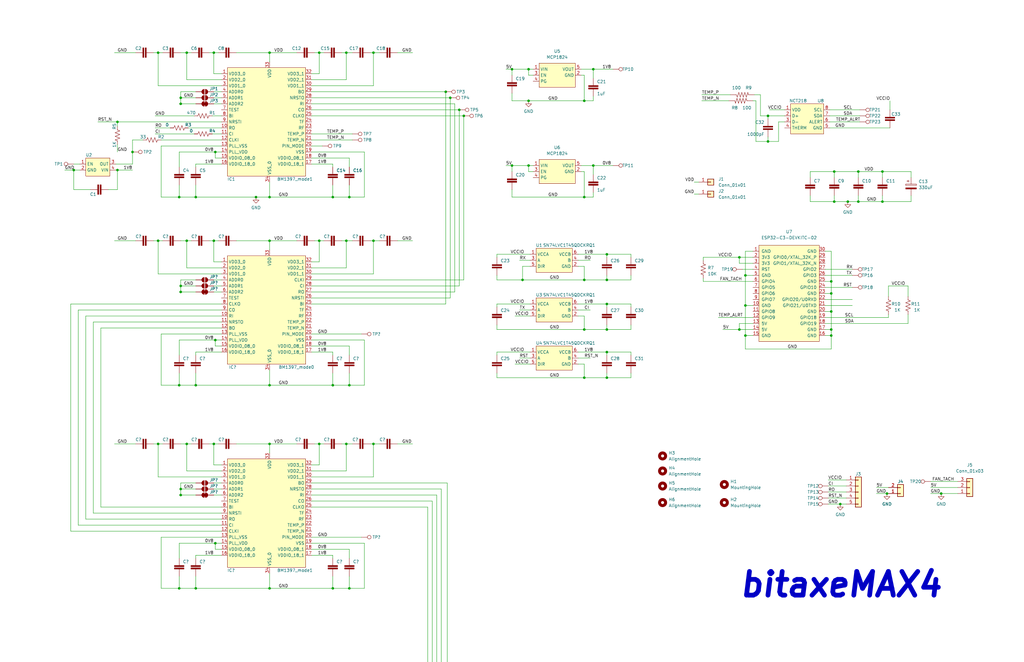
<source format=kicad_sch>
(kicad_sch (version 20211123) (generator eeschema)
  (paper "B")
  (title_block (title "le bitaxeMax4") (date "2022-02-23"))
  (junction (at 76.2 208.915))
  (junction (at 66.675 22.225))
  (junction (at 146.05 22.225))
  (junction (at 140.335 83.185))
  (junction (at 222.885 69.85))
  (junction (at 350.52 139.065))
  (junction (at 76.2 120.65))
  (junction (at 90.17 287.02))
  (junction (at 255.905 128.27))
  (junction (at 113.665 187.325))
  (junction (at 246.38 159.385))
  (junction (at 107.95 83.185))
  (junction (at 351.79 72.39) (diameter 0.9144))
  (junction (at 146.05 287.02))
  (junction (at 222.885 42.545))
  (junction (at 187.96 38.735))
  (junction (at 76.2 206.375))
  (junction (at 78.74 287.02))
  (junction (at 31.115 71.755))
  (junction (at 250.19 29.21) (diameter 0.9144))
  (junction (at 75.565 83.185))
  (junction (at 146.05 187.325))
  (junction (at 323.85 48.895))
  (junction (at 134.62 287.02))
  (junction (at 361.95 72.39) (diameter 0.9144))
  (junction (at 49.53 51.435))
  (junction (at 311.785 108.585))
  (junction (at 189.865 41.275))
  (junction (at 90.805 64.135))
  (junction (at 113.665 347.98))
  (junction (at 147.32 248.285))
  (junction (at 246.38 139.065))
  (junction (at 113.665 287.02))
  (junction (at 350.52 131.445))
  (junction (at 113.665 101.6))
  (junction (at 314.325 116.205))
  (junction (at 255.905 159.385))
  (junction (at 90.17 187.325))
  (junction (at 157.48 101.6))
  (junction (at 66.675 287.02))
  (junction (at 222.885 29.21))
  (junction (at 361.95 85.09) (diameter 0.9144))
  (junction (at 76.2 123.19))
  (junction (at 157.48 22.225))
  (junction (at 82.55 83.185))
  (junction (at 351.79 85.09) (diameter 0.9144))
  (junction (at 157.48 287.02))
  (junction (at 350.52 118.745))
  (junction (at 75.565 347.98))
  (junction (at 255.905 148.59))
  (junction (at 147.32 162.56))
  (junction (at 113.665 83.185))
  (junction (at 220.345 118.11))
  (junction (at 90.805 143.51))
  (junction (at 255.905 139.065))
  (junction (at 374.015 208.28))
  (junction (at 76.2 306.07))
  (junction (at 75.565 248.285))
  (junction (at 140.335 347.98))
  (junction (at 78.74 22.225))
  (junction (at 157.48 187.325))
  (junction (at 82.55 248.285))
  (junction (at 140.335 248.285))
  (junction (at 147.32 347.98))
  (junction (at 147.32 83.185))
  (junction (at 66.675 187.325))
  (junction (at 134.62 101.6))
  (junction (at 215.9 29.21) (diameter 0.9144))
  (junction (at 82.55 162.56))
  (junction (at 113.665 22.225))
  (junction (at 350.52 141.605))
  (junction (at 323.85 59.69))
  (junction (at 250.19 69.85) (diameter 0.9144))
  (junction (at 49.53 71.755))
  (junction (at 193.675 46.355))
  (junction (at 350.52 123.825))
  (junction (at 372.11 85.09))
  (junction (at 255.905 118.11))
  (junction (at 55.88 64.135))
  (junction (at 76.2 41.275))
  (junction (at 246.38 118.11))
  (junction (at 146.05 101.6))
  (junction (at 90.805 229.235))
  (junction (at 314.325 128.905))
  (junction (at 76.2 308.61))
  (junction (at 82.55 347.98))
  (junction (at 255.905 107.315))
  (junction (at 90.805 328.93))
  (junction (at 78.74 101.6))
  (junction (at 354.33 212.725))
  (junction (at 90.17 22.225))
  (junction (at 215.9 69.85) (diameter 0.9144))
  (junction (at 314.325 141.605))
  (junction (at 311.785 139.065))
  (junction (at 246.38 83.185) (diameter 0.9144))
  (junction (at 113.665 162.56))
  (junction (at 140.335 162.56))
  (junction (at 66.675 101.6))
  (junction (at 76.2 43.815))
  (junction (at 372.11 72.39))
  (junction (at 357.505 85.09))
  (junction (at 75.565 162.56))
  (junction (at 396.875 208.28))
  (junction (at 78.74 187.325))
  (junction (at 246.38 42.545) (diameter 0.9144))
  (junction (at 195.58 48.895))
  (junction (at 134.62 22.225))
  (junction (at 90.17 101.6))
  (junction (at 113.665 248.285))
  (junction (at 134.62 187.325))
  (wire (pts (xy 75.565 162.56) (xy 82.55 162.56)))
  (wire (pts (xy 90.17 208.915) (xy 93.345 208.915)))
  (wire (pts (xy 147.32 83.185) (xy 153.67 83.185)))
  (wire (pts (xy 215.9 29.21) (xy 222.885 29.21)))
  (wire (pts (xy 131.445 43.815) (xy 191.77 43.815)))
  (wire (pts (xy 79.375 53.975) (xy 93.345 53.975)))
  (wire (pts (xy 314.325 147.32) (xy 350.52 147.32)))
  (wire (pts (xy 66.675 115.57) (xy 66.675 101.6)))
  (wire (pts (xy 67.945 347.98) (xy 75.565 347.98)))
  (wire (pts (xy 90.805 328.93) (xy 93.345 328.93)))
  (wire (pts (xy 361.95 82.55) (xy 361.95 85.09)))
  (wire (pts (xy 213.36 69.85) (xy 215.9 69.85)))
  (wire (pts (xy 167.64 101.6) (xy 173.99 101.6)))
  (wire (pts (xy 144.145 101.6) (xy 146.05 101.6)))
  (wire (pts (xy 147.32 331.47) (xy 147.32 335.28)))
  (wire (pts (xy 243.84 151.13) (xy 248.92 151.13)))
  (wire (pts (xy 246.38 118.11) (xy 220.345 118.11)))
  (wire (pts (xy 156.21 187.325) (xy 157.48 187.325)))
  (wire (pts (xy 78.74 198.755) (xy 78.74 187.325)))
  (wire (pts (xy 330.835 51.435) (xy 328.295 51.435)))
  (wire (pts (xy 184.15 308.61) (xy 131.445 308.61)))
  (wire (pts (xy 132.715 22.225) (xy 134.62 22.225)))
  (wire (pts (xy 146.05 287.02) (xy 148.59 287.02)))
  (wire (pts (xy 132.715 287.02) (xy 134.62 287.02)))
  (wire (pts (xy 295.91 40.005) (xy 307.975 40.005)))
  (wire (pts (xy 82.55 78.105) (xy 82.55 83.185)))
  (wire (pts (xy 209.55 157.48) (xy 209.55 159.385)))
  (wire (pts (xy 93.345 133.35) (xy 36.195 133.35)))
  (wire (pts (xy 153.67 83.185) (xy 153.67 64.135)))
  (wire (pts (xy 354.33 212.725) (xy 356.87 212.725)))
  (wire (pts (xy 29.845 224.155) (xy 93.345 224.155)))
  (wire (pts (xy 220.345 112.395) (xy 223.52 112.395)))
  (wire (pts (xy 255.905 148.59) (xy 255.905 149.86)))
  (wire (pts (xy 372.11 72.39) (xy 384.175 72.39)))
  (wire (pts (xy 99.695 187.325) (xy 113.665 187.325)))
  (wire (pts (xy 93.345 221.615) (xy 33.02 221.615)))
  (wire (pts (xy 157.48 287.02) (xy 160.02 287.02)))
  (wire (pts (xy 131.445 41.275) (xy 189.865 41.275)))
  (wire (pts (xy 374.65 120.65) (xy 382.905 120.65)))
  (wire (pts (xy 266.065 157.48) (xy 266.065 159.385)))
  (wire (pts (xy 131.445 226.695) (xy 152.4 226.695)))
  (wire (pts (xy 48.26 101.6) (xy 57.15 101.6)))
  (wire (pts (xy 349.885 51.435) (xy 362.585 51.435)))
  (wire (pts (xy 243.84 130.81) (xy 248.92 130.81)))
  (wire (pts (xy 304.8 139.065) (xy 311.785 139.065)))
  (wire (pts (xy 349.25 202.565) (xy 356.87 202.565)))
  (wire (pts (xy 191.77 123.19) (xy 131.445 123.19)))
  (wire (pts (xy 75.565 235.585) (xy 75.565 229.235)))
  (wire (pts (xy 75.565 347.98) (xy 82.55 347.98)))
  (wire (pts (xy 90.17 287.02) (xy 90.17 295.91)))
  (wire (pts (xy 250.19 29.21) (xy 258.445 29.21)))
  (wire (pts (xy 75.565 64.135) (xy 90.805 64.135)))
  (wire (pts (xy 311.785 108.585) (xy 296.545 108.585)))
  (wire (pts (xy 255.905 159.385) (xy 246.38 159.385)))
  (wire (pts (xy 351.79 85.09) (xy 341.63 85.09)))
  (wire (pts (xy 243.84 153.67) (xy 246.38 153.67)))
  (wire (pts (xy 349.25 210.185) (xy 356.87 210.185)))
  (wire (pts (xy 195.58 118.11) (xy 195.58 48.895)))
  (wire (pts (xy 125.095 187.325) (xy 113.665 187.325)))
  (wire (pts (xy 93.345 113.03) (xy 78.74 113.03)))
  (wire (pts (xy 147.32 157.48) (xy 147.32 162.56)))
  (wire (pts (xy 82.55 149.86) (xy 82.55 148.59)))
  (wire (pts (xy 215.9 39.37) (xy 215.9 42.545)))
  (wire (pts (xy 113.665 248.285) (xy 113.665 241.935)))
  (wire (pts (xy 93.345 128.27) (xy 29.845 128.27)))
  (wire (pts (xy 357.505 85.09) (xy 351.79 85.09)))
  (wire (pts (xy 76.2 118.11) (xy 76.2 120.65)))
  (wire (pts (xy 93.345 31.115) (xy 90.17 31.115)))
  (wire (pts (xy 131.445 33.655) (xy 146.05 33.655)))
  (wire (pts (xy 219.075 130.81) (xy 223.52 130.81)))
  (wire (pts (xy 134.62 101.6) (xy 136.525 101.6)))
  (wire (pts (xy 64.77 287.02) (xy 66.675 287.02)))
  (wire (pts (xy 320.675 48.895) (xy 320.675 40.005)))
  (wire (pts (xy 266.065 137.16) (xy 266.065 139.065)))
  (wire (pts (xy 266.065 116.205) (xy 266.065 118.11)))
  (wire (pts (xy 76.2 120.65) (xy 76.2 123.19)))
  (wire (pts (xy 90.17 118.11) (xy 93.345 118.11)))
  (wire (pts (xy 246.38 72.39) (xy 246.38 83.185)))
  (wire (pts (xy 82.55 70.485) (xy 82.55 69.215)))
  (wire (pts (xy 266.065 107.315) (xy 266.065 108.585)))
  (wire (pts (xy 156.21 101.6) (xy 157.48 101.6)))
  (wire (pts (xy 93.345 201.295) (xy 66.675 201.295)))
  (wire (pts (xy 140.335 69.215) (xy 140.335 70.485)))
  (wire (pts (xy 222.885 31.75) (xy 224.79 31.75)))
  (wire (pts (xy 250.19 40.64) (xy 250.19 42.545)))
  (wire (pts (xy 93.345 295.91) (xy 90.17 295.91)))
  (wire (pts (xy 93.345 300.99) (xy 66.675 300.99)))
  (wire (pts (xy 131.445 38.735) (xy 187.96 38.735)))
  (wire (pts (xy 382.905 132.715) (xy 382.905 136.525)))
  (wire (pts (xy 76.2 101.6) (xy 78.74 101.6)))
  (wire (pts (xy 157.48 115.57) (xy 157.48 101.6)))
  (wire (pts (xy 350.52 141.605) (xy 347.98 141.605)))
  (wire (pts (xy 75.565 78.105) (xy 75.565 83.185)))
  (wire (pts (xy 90.17 101.6) (xy 92.075 101.6)))
  (wire (pts (xy 189.865 125.73) (xy 131.445 125.73)))
  (wire (pts (xy 66.675 187.325) (xy 68.58 187.325)))
  (wire (pts (xy 66.675 300.99) (xy 66.675 287.02)))
  (wire (pts (xy 350.52 131.445) (xy 350.52 139.065)))
  (wire (pts (xy 131.445 61.595) (xy 135.89 61.595)))
  (wire (pts (xy 131.445 36.195) (xy 157.48 36.195)))
  (wire (pts (xy 132.715 187.325) (xy 134.62 187.325)))
  (wire (pts (xy 88.265 101.6) (xy 90.17 101.6)))
  (wire (pts (xy 153.67 229.235) (xy 131.445 229.235)))
  (wire (pts (xy 93.345 36.195) (xy 66.675 36.195)))
  (wire (pts (xy 131.445 311.15) (xy 186.055 311.15)))
  (wire (pts (xy 75.565 208.915) (xy 76.2 208.915)))
  (wire (pts (xy 107.95 83.185) (xy 113.665 83.185)))
  (wire (pts (xy 361.95 72.39) (xy 372.11 72.39)))
  (wire (pts (xy 209.55 107.315) (xy 209.55 108.585)))
  (wire (pts (xy 67.945 61.595) (xy 93.345 61.595)))
  (wire (pts (xy 266.065 139.065) (xy 255.905 139.065)))
  (wire (pts (xy 323.85 48.895) (xy 323.85 50.165)))
  (wire (pts (xy 350.52 139.065) (xy 350.52 141.605)))
  (wire (pts (xy 317.5 106.045) (xy 314.325 106.045)))
  (wire (pts (xy 382.905 120.65) (xy 382.905 125.095)))
  (wire (pts (xy 255.905 137.16) (xy 255.905 139.065)))
  (wire (pts (xy 351.79 82.55) (xy 351.79 85.09)))
  (wire (pts (xy 219.075 151.13) (xy 223.52 151.13)))
  (wire (pts (xy 67.945 140.97) (xy 93.345 140.97)))
  (wire (pts (xy 90.17 306.07) (xy 93.345 306.07)))
  (wire (pts (xy 182.245 211.455) (xy 131.445 211.455)))
  (wire (pts (xy 317.5 108.585) (xy 311.785 108.585)))
  (wire (pts (xy 88.265 187.325) (xy 90.17 187.325)))
  (wire (pts (xy 82.55 248.285) (xy 113.665 248.285)))
  (wire (pts (xy 90.17 38.735) (xy 93.345 38.735)))
  (wire (pts (xy 131.445 110.49) (xy 134.62 110.49)))
  (wire (pts (xy 147.32 248.285) (xy 153.67 248.285)))
  (wire (pts (xy 223.52 107.315) (xy 209.55 107.315)))
  (wire (pts (xy 131.445 196.215) (xy 134.62 196.215)))
  (wire (pts (xy 76.2 22.225) (xy 78.74 22.225)))
  (wire (pts (xy 182.245 306.07) (xy 182.245 211.455)))
  (wire (pts (xy 146.05 33.655) (xy 146.05 22.225)))
  (wire (pts (xy 48.895 69.215) (xy 55.88 69.215)))
  (wire (pts (xy 372.11 82.55) (xy 372.11 85.09)))
  (wire (pts (xy 250.19 81.28) (xy 250.19 83.185)))
  (wire (pts (xy 209.55 137.16) (xy 209.55 139.065)))
  (wire (pts (xy 350.52 118.745) (xy 350.52 123.825)))
  (wire (pts (xy 67.945 226.695) (xy 67.945 248.285)))
  (wire (pts (xy 140.335 148.59) (xy 140.335 149.86)))
  (wire (pts (xy 213.36 29.21) (xy 215.9 29.21)))
  (wire (pts (xy 75.565 342.9) (xy 75.565 347.98)))
  (wire (pts (xy 64.77 22.225) (xy 66.675 22.225)))
  (wire (pts (xy 90.17 303.53) (xy 93.345 303.53)))
  (wire (pts (xy 180.34 303.53) (xy 131.445 303.53)))
  (wire (pts (xy 131.445 208.915) (xy 184.15 208.915)))
  (wire (pts (xy 67.945 59.055) (xy 93.345 59.055)))
  (wire (pts (xy 144.145 187.325) (xy 146.05 187.325)))
  (wire (pts (xy 193.675 46.355) (xy 193.675 120.65)))
  (wire (pts (xy 113.665 83.185) (xy 140.335 83.185)))
  (wire (pts (xy 90.17 308.61) (xy 93.345 308.61)))
  (wire (pts (xy 113.665 101.6) (xy 113.665 105.41)))
  (wire (pts (xy 140.335 234.315) (xy 140.335 235.585)))
  (wire (pts (xy 39.37 216.535) (xy 39.37 135.89)))
  (wire (pts (xy 223.52 128.27) (xy 209.55 128.27)))
  (wire (pts (xy 243.84 128.27) (xy 255.905 128.27)))
  (wire (pts (xy 131.445 118.11) (xy 195.58 118.11)))
  (wire (pts (xy 131.445 234.315) (xy 140.335 234.315)))
  (wire (pts (xy 131.445 113.03) (xy 146.05 113.03)))
  (wire (pts (xy 131.445 334.01) (xy 140.335 334.01)))
  (wire (pts (xy 369.57 208.28) (xy 374.015 208.28)))
  (wire (pts (xy 27.305 71.755) (xy 31.115 71.755)))
  (wire (pts (xy 147.32 78.105) (xy 147.32 83.185)))
  (wire (pts (xy 266.065 148.59) (xy 266.065 149.86)))
  (wire (pts (xy 222.885 72.39) (xy 222.885 69.85)))
  (wire (pts (xy 313.055 113.665) (xy 317.5 113.665)))
  (wire (pts (xy 350.52 147.32) (xy 350.52 141.605)))
  (wire (pts (xy 184.15 208.915) (xy 184.15 308.61)))
  (wire (pts (xy 318.77 42.545) (xy 317.5 42.545)))
  (wire (pts (xy 36.195 219.075) (xy 93.345 219.075)))
  (wire (pts (xy 246.38 153.67) (xy 246.38 159.385)))
  (wire (pts (xy 147.32 162.56) (xy 153.67 162.56)))
  (wire (pts (xy 131.445 146.05) (xy 147.32 146.05)))
  (wire (pts (xy 89.535 56.515) (xy 93.345 56.515)))
  (wire (pts (xy 157.48 201.295) (xy 157.48 187.325)))
  (wire (pts (xy 246.38 83.185) (xy 215.9 83.185)))
  (wire (pts (xy 76.2 306.07) (xy 82.55 306.07)))
  (wire (pts (xy 75.565 149.86) (xy 75.565 143.51)))
  (wire (pts (xy 215.9 80.01) (xy 215.9 83.185)))
  (wire (pts (xy 314.325 116.205) (xy 314.325 128.905)))
  (wire (pts (xy 76.2 203.835) (xy 76.2 206.375)))
  (wire (pts (xy 131.445 48.895) (xy 195.58 48.895)))
  (wire (pts (xy 146.05 101.6) (xy 148.59 101.6)))
  (wire (pts (xy 341.63 72.39) (xy 351.79 72.39)))
  (wire (pts (xy 392.43 208.28) (xy 396.875 208.28)))
  (wire (pts (xy 90.17 22.225) (xy 92.075 22.225)))
  (wire (pts (xy 131.445 295.91) (xy 134.62 295.91)))
  (wire (pts (xy 396.875 208.28) (xy 403.86 208.28)))
  (wire (pts (xy 167.64 22.225) (xy 173.99 22.225)))
  (wire (pts (xy 132.715 101.6) (xy 134.62 101.6)))
  (wire (pts (xy 140.335 342.9) (xy 140.335 347.98)))
  (wire (pts (xy 75.565 328.93) (xy 90.805 328.93)))
  (wire (pts (xy 222.885 29.21) (xy 224.79 29.21)))
  (wire (pts (xy 351.79 72.39) (xy 361.95 72.39)))
  (wire (pts (xy 82.55 303.53) (xy 76.2 303.53)))
  (wire (pts (xy 347.98 133.985) (xy 374.65 133.985)))
  (wire (pts (xy 82.55 235.585) (xy 82.55 234.315)))
  (wire (pts (xy 266.065 159.385) (xy 255.905 159.385)))
  (wire (pts (xy 186.055 206.375) (xy 131.445 206.375)))
  (wire (pts (xy 65.405 48.895) (xy 81.915 48.895)))
  (wire (pts (xy 31.115 80.01) (xy 31.115 71.755)))
  (wire (pts (xy 134.62 295.91) (xy 134.62 287.02)))
  (wire (pts (xy 66.675 22.225) (xy 68.58 22.225)))
  (wire (pts (xy 328.295 59.69) (xy 328.295 51.435)))
  (wire (pts (xy 146.05 298.45) (xy 146.05 287.02)))
  (wire (pts (xy 89.535 48.895) (xy 93.345 48.895)))
  (wire (pts (xy 76.2 41.275) (xy 76.2 43.815)))
  (wire (pts (xy 29.845 128.27) (xy 29.845 224.155)))
  (wire (pts (xy 330.835 48.895) (xy 323.85 48.895)))
  (wire (pts (xy 296.545 118.745) (xy 317.5 118.745)))
  (wire (pts (xy 82.55 203.835) (xy 76.2 203.835)))
  (wire (pts (xy 90.17 187.325) (xy 92.075 187.325)))
  (wire (pts (xy 82.55 347.98) (xy 113.665 347.98)))
  (wire (pts (xy 294.64 81.915) (xy 292.735 81.915)))
  (wire (pts (xy 131.445 203.835) (xy 188.595 203.835)))
  (wire (pts (xy 349.25 212.725) (xy 354.33 212.725)))
  (wire (pts (xy 82.55 118.11) (xy 76.2 118.11)))
  (wire (pts (xy 49.53 51.435) (xy 49.53 53.34)))
  (wire (pts (xy 375.285 42.545) (xy 375.285 46.355)))
  (wire (pts (xy 93.345 115.57) (xy 66.675 115.57)))
  (wire (pts (xy 48.26 287.02) (xy 57.15 287.02)))
  (wire (pts (xy 75.565 123.19) (xy 76.2 123.19)))
  (wire (pts (xy 131.445 331.47) (xy 147.32 331.47)))
  (wire (pts (xy 384.175 82.55) (xy 384.175 85.09)))
  (wire (pts (xy 134.62 22.225) (xy 136.525 22.225)))
  (wire (pts (xy 323.85 59.69) (xy 328.295 59.69)))
  (wire (pts (xy 131.445 201.295) (xy 157.48 201.295)))
  (wire (pts (xy 49.53 51.435) (xy 93.345 51.435)))
  (wire (pts (xy 243.84 148.59) (xy 255.905 148.59)))
  (wire (pts (xy 250.19 42.545) (xy 246.38 42.545)))
  (wire (pts (xy 246.38 42.545) (xy 222.885 42.545)))
  (wire (pts (xy 93.345 138.43) (xy 42.545 138.43)))
  (wire (pts (xy 347.98 118.745) (xy 350.52 118.745)))
  (wire (pts (xy 90.805 231.775) (xy 90.805 229.235)))
  (wire (pts (xy 76.2 187.325) (xy 78.74 187.325)))
  (wire (pts (xy 90.17 187.325) (xy 90.17 196.215)))
  (wire (pts (xy 99.695 101.6) (xy 113.665 101.6)))
  (wire (pts (xy 90.17 22.225) (xy 90.17 31.115)))
  (wire (pts (xy 147.32 243.205) (xy 147.32 248.285)))
  (wire (pts (xy 167.64 287.02) (xy 173.99 287.02)))
  (wire (pts (xy 76.2 303.53) (xy 76.2 306.07)))
  (wire (pts (xy 302.895 133.985) (xy 317.5 133.985)))
  (wire (pts (xy 113.665 162.56) (xy 113.665 156.21)))
  (wire (pts (xy 66.675 101.6) (xy 68.58 101.6)))
  (wire (pts (xy 93.345 331.47) (xy 90.805 331.47)))
  (wire (pts (xy 314.325 141.605) (xy 314.325 147.32)))
  (wire (pts (xy 217.17 153.67) (xy 223.52 153.67)))
  (wire (pts (xy 209.55 159.385) (xy 246.38 159.385)))
  (wire (pts (xy 255.905 148.59) (xy 266.065 148.59)))
  (wire (pts (xy 78.74 187.325) (xy 80.645 187.325)))
  (wire (pts (xy 147.32 347.98) (xy 153.67 347.98)))
  (wire (pts (xy 93.345 216.535) (xy 39.37 216.535)))
  (wire (pts (xy 255.905 157.48) (xy 255.905 159.385)))
  (wire (pts (xy 82.55 335.28) (xy 82.55 334.01)))
  (wire (pts (xy 67.945 83.185) (xy 75.565 83.185)))
  (wire (pts (xy 156.21 287.02) (xy 157.48 287.02)))
  (wire (pts (xy 361.95 85.09) (xy 357.505 85.09)))
  (wire (pts (xy 76.2 306.07) (xy 76.2 308.61)))
  (wire (pts (xy 49.53 80.01) (xy 49.53 71.755)))
  (wire (pts (xy 113.665 83.185) (xy 113.665 76.835)))
  (wire (pts (xy 375.285 53.975) (xy 349.885 53.975)))
  (wire (pts (xy 67.945 162.56) (xy 75.565 162.56)))
  (wire (pts (xy 76.2 123.19) (xy 82.55 123.19)))
  (wire (pts (xy 318.77 59.69) (xy 323.85 59.69)))
  (wire (pts (xy 131.445 300.99) (xy 157.48 300.99)))
  (wire (pts (xy 76.2 208.915) (xy 82.55 208.915)))
  (wire (pts (xy 113.665 22.225) (xy 113.665 26.035)))
  (wire (pts (xy 140.335 162.56) (xy 147.32 162.56)))
  (wire (pts (xy 125.095 287.02) (xy 113.665 287.02)))
  (wire (pts (xy 209.55 148.59) (xy 209.55 149.86)))
  (wire (pts (xy 246.38 31.75) (xy 246.38 42.545)))
  (wire (pts (xy 90.805 64.135) (xy 93.345 64.135)))
  (wire (pts (xy 78.74 33.655) (xy 78.74 22.225)))
  (wire (pts (xy 49.53 60.96) (xy 49.53 64.135)))
  (wire (pts (xy 384.175 74.93) (xy 384.175 72.39)))
  (wire (pts (xy 347.98 121.285) (xy 359.41 121.285)))
  (wire (pts (xy 82.55 342.9) (xy 82.55 347.98)))
  (wire (pts (xy 134.62 187.325) (xy 136.525 187.325)))
  (wire (pts (xy 67.945 326.39) (xy 67.945 347.98)))
  (wire (pts (xy 90.805 66.675) (xy 90.805 64.135)))
  (wire (pts (xy 131.445 148.59) (xy 140.335 148.59)))
  (wire (pts (xy 76.2 206.375) (xy 76.2 208.915)))
  (wire (pts (xy 215.9 69.85) (xy 215.9 72.39)))
  (wire (pts (xy 131.445 56.515) (xy 148.59 56.515)))
  (wire (pts (xy 220.345 118.11) (xy 220.345 112.395)))
  (wire (pts (xy 90.805 229.235) (xy 93.345 229.235)))
  (wire (pts (xy 93.345 231.775) (xy 90.805 231.775)))
  (wire (pts (xy 90.17 43.815) (xy 93.345 43.815)))
  (wire (pts (xy 311.785 136.525) (xy 311.785 139.065)))
  (wire (pts (xy 223.52 148.59) (xy 209.55 148.59)))
  (wire (pts (xy 78.74 101.6) (xy 80.645 101.6)))
  (wire (pts (xy 374.015 208.28) (xy 374.65 208.28)))
  (wire (pts (xy 295.91 42.545) (xy 307.34 42.545)))
  (wire (pts (xy 75.565 243.205) (xy 75.565 248.285)))
  (wire (pts (xy 36.195 133.35) (xy 36.195 219.075)))
  (wire (pts (xy 131.445 115.57) (xy 157.48 115.57)))
  (wire (pts (xy 250.19 69.85) (xy 258.445 69.85)))
  (wire (pts (xy 65.405 56.515) (xy 81.915 56.515)))
  (wire (pts (xy 125.095 101.6) (xy 113.665 101.6)))
  (wire (pts (xy 88.265 287.02) (xy 90.17 287.02)))
  (wire (pts (xy 75.565 157.48) (xy 75.565 162.56)))
  (wire (pts (xy 55.88 64.135) (xy 55.88 59.055)))
  (wire (pts (xy 134.62 287.02) (xy 136.525 287.02)))
  (wire (pts (xy 76.2 120.65) (xy 82.55 120.65)))
  (wire (pts (xy 93.345 33.655) (xy 78.74 33.655)))
  (wire (pts (xy 55.88 59.055) (xy 60.325 59.055)))
  (wire (pts (xy 67.945 226.695) (xy 93.345 226.695)))
  (wire (pts (xy 323.85 57.785) (xy 323.85 59.69)))
  (wire (pts (xy 131.445 326.39) (xy 152.4 326.39)))
  (wire (pts (xy 188.595 203.835) (xy 188.595 313.69)))
  (wire (pts (xy 82.55 334.01) (xy 93.345 334.01)))
  (wire (pts (xy 255.905 128.27) (xy 266.065 128.27)))
  (wire (pts (xy 75.565 229.235) (xy 90.805 229.235)))
  (wire (pts (xy 131.445 306.07) (xy 182.245 306.07)))
  (wire (pts (xy 372.11 74.93) (xy 372.11 72.39)))
  (wire (pts (xy 157.48 22.225) (xy 160.02 22.225)))
  (wire (pts (xy 314.325 128.905) (xy 317.5 128.905)))
  (wire (pts (xy 266.065 128.27) (xy 266.065 129.54)))
  (wire (pts (xy 90.805 331.47) (xy 90.805 328.93)))
  (wire (pts (xy 153.67 248.285) (xy 153.67 229.235)))
  (wire (pts (xy 131.445 59.055) (xy 148.59 59.055)))
  (wire (pts (xy 90.17 123.19) (xy 93.345 123.19)))
  (wire (pts (xy 140.335 347.98) (xy 147.32 347.98)))
  (wire (pts (xy 374.65 132.715) (xy 374.65 133.985)))
  (wire (pts (xy 78.74 287.02) (xy 80.645 287.02)))
  (wire (pts (xy 140.335 78.105) (xy 140.335 83.185)))
  (wire (pts (xy 78.74 298.45) (xy 78.74 287.02)))
  (wire (pts (xy 82.55 83.185) (xy 107.95 83.185)))
  (wire (pts (xy 90.805 143.51) (xy 93.345 143.51)))
  (wire (pts (xy 134.62 196.215) (xy 134.62 187.325)))
  (wire (pts (xy 294.64 76.835) (xy 292.735 76.835)))
  (wire (pts (xy 347.98 123.825) (xy 350.52 123.825)))
  (wire (pts (xy 42.545 213.995) (xy 93.345 213.995)))
  (wire (pts (xy 209.55 128.27) (xy 209.55 129.54)))
  (wire (pts (xy 93.345 198.755) (xy 78.74 198.755)))
  (wire (pts (xy 187.96 128.27) (xy 131.445 128.27)))
  (wire (pts (xy 134.62 31.115) (xy 134.62 22.225)))
  (wire (pts (xy 255.905 139.065) (xy 246.38 139.065)))
  (wire (pts (xy 134.62 110.49) (xy 134.62 101.6)))
  (wire (pts (xy 146.05 187.325) (xy 148.59 187.325)))
  (wire (pts (xy 75.565 248.285) (xy 82.55 248.285)))
  (wire (pts (xy 314.325 116.205) (xy 317.5 116.205)))
  (wire (pts (xy 67.945 326.39) (xy 93.345 326.39)))
  (wire (pts (xy 347.98 126.365) (xy 359.41 126.365)))
  (wire (pts (xy 245.11 29.21) (xy 250.19 29.21)))
  (wire (pts (xy 66.675 36.195) (xy 66.675 22.225)))
  (wire (pts (xy 314.325 106.045) (xy 314.325 116.205)))
  (wire (pts (xy 90.17 203.835) (xy 93.345 203.835)))
  (wire (pts (xy 131.445 66.675) (xy 147.32 66.675)))
  (wire (pts (xy 93.345 196.215) (xy 90.17 196.215)))
  (wire (pts (xy 222.885 31.75) (xy 222.885 29.21)))
  (wire (pts (xy 314.325 141.605) (xy 317.5 141.605)))
  (wire (pts (xy 349.25 205.105) (xy 356.87 205.105)))
  (wire (pts (xy 250.19 69.85) (xy 250.19 73.66)))
  (wire (pts (xy 99.695 22.225) (xy 113.665 22.225)))
  (wire (pts (xy 75.565 143.51) (xy 90.805 143.51)))
  (wire (pts (xy 67.945 140.97) (xy 67.945 162.56)))
  (wire (pts (xy 78.74 22.225) (xy 80.645 22.225)))
  (wire (pts (xy 82.55 69.215) (xy 93.345 69.215)))
  (wire (pts (xy 362.585 48.895) (xy 349.885 48.895)))
  (wire (pts (xy 66.675 287.02) (xy 68.58 287.02)))
  (wire (pts (xy 113.665 187.325) (xy 113.665 191.135)))
  (wire (pts (xy 82.55 148.59) (xy 93.345 148.59)))
  (wire (pts (xy 347.98 116.205) (xy 359.41 116.205)))
  (wire (pts (xy 347.98 136.525) (xy 382.905 136.525)))
  (wire (pts (xy 209.55 139.065) (xy 246.38 139.065)))
  (wire (pts (xy 347.98 128.905) (xy 359.41 128.905)))
  (wire (pts (xy 317.5 136.525) (xy 311.785 136.525)))
  (wire (pts (xy 88.265 22.225) (xy 90.17 22.225)))
  (wire (pts (xy 131.445 140.97) (xy 152.4 140.97)))
  (wire (pts (xy 392.43 203.2) (xy 403.86 203.2)))
  (wire (pts (xy 314.325 128.905) (xy 314.325 141.605)))
  (wire (pts (xy 243.84 109.855) (xy 248.92 109.855)))
  (wire (pts (xy 157.48 187.325) (xy 160.02 187.325)))
  (wire (pts (xy 153.67 162.56) (xy 153.67 143.51)))
  (wire (pts (xy 125.095 22.225) (xy 113.665 22.225)))
  (wire (pts (xy 76.2 308.61) (xy 82.55 308.61)))
  (wire (pts (xy 82.55 38.735) (xy 76.2 38.735)))
  (wire (pts (xy 246.38 31.75) (xy 245.11 31.75)))
  (wire (pts (xy 90.17 287.02) (xy 92.075 287.02)))
  (wire (pts (xy 153.67 143.51) (xy 131.445 143.51)))
  (wire (pts (xy 209.55 116.205) (xy 209.55 118.11)))
  (wire (pts (xy 255.905 128.27) (xy 255.905 129.54)))
  (wire (pts (xy 222.885 42.545) (xy 215.9 42.545)))
  (wire (pts (xy 140.335 157.48) (xy 140.335 162.56)))
  (wire (pts (xy 246.38 133.35) (xy 246.38 139.065)))
  (wire (pts (xy 64.77 101.6) (xy 66.675 101.6)))
  (wire (pts (xy 39.37 135.89) (xy 93.345 135.89)))
  (wire (pts (xy 90.17 120.65) (xy 93.345 120.65)))
  (wire (pts (xy 157.48 36.195) (xy 157.48 22.225)))
  (wire (pts (xy 222.885 72.39) (xy 224.79 72.39)))
  (wire (pts (xy 38.1 80.01) (xy 31.115 80.01)))
  (wire (pts (xy 41.275 51.435) (xy 49.53 51.435)))
  (wire (pts (xy 82.55 162.56) (xy 113.665 162.56)))
  (wire (pts (xy 186.055 311.15) (xy 186.055 206.375)))
  (wire (pts (xy 217.17 133.35) (xy 223.52 133.35)))
  (wire (pts (xy 296.545 108.585) (xy 296.545 109.855)))
  (wire (pts (xy 82.55 234.315) (xy 93.345 234.315)))
  (wire (pts (xy 99.695 287.02) (xy 113.665 287.02)))
  (wire (pts (xy 93.345 298.45) (xy 78.74 298.45)))
  (wire (pts (xy 147.32 146.05) (xy 147.32 149.86)))
  (wire (pts (xy 153.67 64.135) (xy 131.445 64.135)))
  (wire (pts (xy 140.335 243.205) (xy 140.335 248.285)))
  (wire (pts (xy 157.48 300.99) (xy 157.48 287.02)))
  (wire (pts (xy 55.88 69.215) (xy 55.88 64.135)))
  (wire (pts (xy 362.585 46.355) (xy 349.885 46.355)))
  (wire (pts (xy 209.55 118.11) (xy 220.345 118.11)))
  (wire (pts (xy 350.52 106.045) (xy 350.52 118.745)))
  (wire (pts (xy 250.19 83.185) (xy 246.38 83.185)))
  (wire (pts (xy 42.545 138.43) (xy 42.545 213.995)))
  (wire (pts (xy 131.445 69.215) (xy 140.335 69.215)))
  (wire (pts (xy 33.02 221.615) (xy 33.02 130.81)))
  (wire (pts (xy 76.2 41.275) (xy 82.55 41.275)))
  (wire (pts (xy 76.2 43.815) (xy 82.55 43.815)))
  (wire (pts (xy 67.945 61.595) (xy 67.945 83.185)))
  (wire (pts (xy 361.95 74.93) (xy 361.95 72.39)))
  (wire (pts (xy 153.67 328.93) (xy 131.445 328.93)))
  (wire (pts (xy 75.565 83.185) (xy 82.55 83.185)))
  (wire (pts (xy 75.565 308.61) (xy 76.2 308.61)))
  (wire (pts (xy 90.17 206.375) (xy 93.345 206.375)))
  (wire (pts (xy 349.25 207.645) (xy 356.87 207.645)))
  (wire (pts (xy 255.905 118.11) (xy 246.38 118.11)))
  (wire (pts (xy 33.02 130.81) (xy 93.345 130.81)))
  (wire (pts (xy 243.84 133.35) (xy 246.38 133.35)))
  (wire (pts (xy 215.9 29.21) (xy 215.9 31.75)))
  (wire (pts (xy 140.335 248.285) (xy 147.32 248.285)))
  (wire (pts (xy 250.19 29.21) (xy 250.19 33.02)))
  (wire (pts (xy 180.34 213.995) (xy 180.34 303.53)))
  (wire (pts (xy 167.64 187.325) (xy 173.99 187.325)))
  (wire (pts (xy 31.115 69.215) (xy 33.655 69.215)))
  (wire (pts (xy 67.945 248.285) (xy 75.565 248.285)))
  (wire (pts (xy 64.77 187.325) (xy 66.675 187.325)))
  (wire (pts (xy 75.565 70.485) (xy 75.565 64.135)))
  (wire (pts (xy 243.84 112.395) (xy 246.38 112.395)))
  (wire (pts (xy 131.445 298.45) (xy 146.05 298.45)))
  (wire (pts (xy 153.67 347.98) (xy 153.67 328.93)))
  (wire (pts (xy 347.98 113.665) (xy 359.41 113.665)))
  (wire (pts (xy 76.2 287.02) (xy 78.74 287.02)))
  (wire (pts (xy 245.11 69.85) (xy 250.19 69.85)))
  (wire (pts (xy 347.98 139.065) (xy 350.52 139.065)))
  (wire (pts (xy 311.785 111.125) (xy 317.5 111.125)))
  (wire (pts (xy 157.48 101.6) (xy 160.02 101.6)))
  (wire (pts (xy 31.115 71.755) (xy 33.655 71.755)))
  (wire (pts (xy 320.675 40.005) (xy 318.135 40.005)))
  (wire (pts (xy 131.445 198.755) (xy 146.05 198.755)))
  (wire (pts (xy 318.77 42.545) (xy 318.77 59.69)))
  (wire (pts (xy 140.335 334.01) (xy 140.335 335.28)))
  (wire (pts (xy 48.895 71.755) (xy 49.53 71.755)))
  (wire (pts (xy 146.05 198.755) (xy 146.05 187.325)))
  (wire (pts (xy 347.98 131.445) (xy 350.52 131.445)))
  (wire (pts (xy 144.145 287.02) (xy 146.05 287.02)))
  (wire (pts (xy 90.17 101.6) (xy 90.17 110.49)))
  (wire (pts (xy 255.905 116.205) (xy 255.905 118.11)))
  (wire (pts (xy 131.445 231.775) (xy 147.32 231.775)))
  (wire (pts (xy 76.2 206.375) (xy 82.55 206.375)))
  (wire (pts (xy 323.85 48.895) (xy 320.675 48.895)))
  (wire (pts (xy 372.11 85.09) (xy 384.175 85.09)))
  (wire (pts (xy 374.65 120.65) (xy 374.65 125.095)))
  (wire (pts (xy 131.445 46.355) (xy 193.675 46.355)))
  (wire (pts (xy 93.345 146.05) (xy 90.805 146.05)))
  (wire (pts (xy 369.57 205.74) (xy 374.65 205.74)))
  (wire (pts (xy 49.53 71.755) (xy 55.88 71.755)))
  (wire (pts (xy 246.38 112.395) (xy 246.38 118.11)))
  (wire (pts (xy 215.9 69.85) (xy 222.885 69.85)))
  (wire (pts (xy 341.63 74.93) (xy 341.63 72.39)))
  (wire (pts (xy 82.55 157.48) (xy 82.55 162.56)))
  (wire (pts (xy 222.885 69.85) (xy 224.79 69.85)))
  (wire (pts (xy 347.98 106.045) (xy 350.52 106.045)))
  (wire (pts (xy 146.05 113.03) (xy 146.05 101.6)))
  (wire (pts (xy 266.065 118.11) (xy 255.905 118.11)))
  (wire (pts (xy 156.21 22.225) (xy 157.48 22.225)))
  (wire (pts (xy 144.145 22.225) (xy 146.05 22.225)))
  (wire (pts (xy 147.32 231.775) (xy 147.32 235.585)))
  (wire (pts (xy 255.905 107.315) (xy 266.065 107.315)))
  (wire (pts (xy 48.26 22.225) (xy 57.15 22.225)))
  (wire (pts (xy 255.905 107.315) (xy 255.905 108.585)))
  (wire (pts (xy 76.2 38.735) (xy 76.2 41.275)))
  (wire (pts (xy 296.545 117.475) (xy 296.545 118.745)))
  (wire (pts (xy 392.43 205.74) (xy 403.86 205.74)))
  (wire (pts (xy 75.565 43.815) (xy 76.2 43.815)))
  (wire (pts (xy 187.96 38.735) (xy 187.96 128.27)))
  (wire (pts (xy 350.52 123.825) (xy 350.52 131.445)))
  (wire (pts (xy 113.665 248.285) (xy 140.335 248.285)))
  (wire (pts (xy 189.865 41.275) (xy 189.865 125.73)))
  (wire (pts (xy 65.405 53.975) (xy 71.755 53.975)))
  (wire (pts (xy 147.32 342.9) (xy 147.32 347.98)))
  (wire (pts (xy 193.675 120.65) (xy 131.445 120.65)))
  (wire (pts (xy 113.665 347.98) (xy 113.665 341.63)))
  (wire (pts (xy 311.785 108.585) (xy 311.785 111.125)))
  (wire (pts (xy 93.345 66.675) (xy 90.805 66.675)))
  (wire (pts (xy 147.32 66.675) (xy 147.32 70.485)))
  (wire (pts (xy 351.79 74.93) (xy 351.79 72.39)))
  (wire (pts (xy 66.675 201.295) (xy 66.675 187.325)))
  (wire (pts (xy 113.665 347.98) (xy 140.335 347.98)))
  (wire (pts (xy 188.595 313.69) (xy 131.445 313.69)))
  (wire (pts (xy 372.11 85.09) (xy 361.95 85.09)))
  (wire (pts (xy 90.17 41.275) (xy 93.345 41.275)))
  (wire (pts (xy 78.74 113.03) (xy 78.74 101.6)))
  (wire (pts (xy 113.665 287.02) (xy 113.665 290.83)))
  (wire (pts (xy 93.345 110.49) (xy 90.17 110.49)))
  (wire (pts (xy 191.77 43.815) (xy 191.77 123.19)))
  (wire (pts (xy 45.72 80.01) (xy 49.53 80.01)))
  (wire (pts (xy 146.05 22.225) (xy 148.59 22.225)))
  (wire (pts (xy 75.565 335.28) (xy 75.565 328.93)))
  (wire (pts (xy 90.805 146.05) (xy 90.805 143.51)))
  (wire (pts (xy 219.075 109.855) (xy 223.52 109.855)))
  (wire (pts (xy 113.665 162.56) (xy 140.335 162.56)))
  (wire (pts (xy 246.38 72.39) (xy 245.11 72.39)))
  (wire (pts (xy 140.335 83.185) (xy 147.32 83.185)))
  (wire (pts (xy 131.445 213.995) (xy 180.34 213.995)))
  (wire (pts (xy 330.835 46.355) (xy 324.485 46.355)))
  (wire (pts (xy 48.26 187.325) (xy 57.15 187.325)))
  (wire (pts (xy 82.55 243.205) (xy 82.55 248.285)))
  (wire (pts (xy 341.63 82.55) (xy 341.63 85.09)))
  (wire (pts (xy 311.785 139.065) (xy 317.5 139.065)))
  (wire (pts (xy 243.84 107.315) (xy 255.905 107.315)))
  (wire (pts (xy 131.445 31.115) (xy 134.62 31.115)))
  (text "bitaxeMAX4" (at 311.15 252.73 0) (effects (font (size 10 10) (thickness 2) bold italic) (justify left bottom)))
  (label "GND" (at 49.53 64.135 0))
  (label "1V8" (at 133.985 234.315 0))
  (label "VCCIO" (at 302.895 108.585 0))
  (label "TEMP_N" (at 295.91 42.545 0))
  (label "GND" (at 231.14 42.545 0))
  (label "GND" (at 27.305 71.755 0))
  (label "1V8" (at 254 29.21 0))
  (label "SDA" (at 356.235 136.525 0))
  (label "GND" (at 49.53 187.325 0))
  (label "GND" (at 231.775 118.11 0))
  (label "VDD" (at 115.57 187.325 0))
  (label "0V8" (at 86.36 229.235 0))
  (label "RST_N" (at 41.275 51.435 0))
  (label "GND" (at 133.985 326.39 0))
  (label "GND" (at 169.545 187.325 0))
  (label "VDD" (at 115.57 287.02 0))
  (label "GND" (at 356.235 53.975 180))
  (label "1V8" (at 86.36 234.315 0))
  (label "RST" (at 219.075 151.13 0))
  (label "0V8" (at 254 69.85 0))
  (label "VCCIO" (at 375.285 42.545 180))
  (label "VDD" (at 115.57 22.225 0))
  (label "GND" (at 292.735 81.915 180))
  (label "1V8" (at 86.36 148.59 0))
  (label "GND" (at 133.985 140.97 0))
  (label "FAN_TACH" (at 303.53 118.745 0))
  (label "GND" (at 369.57 85.09 180))
  (label "VDD" (at 364.49 72.39 0))
  (label "TEMP_P" (at 137.795 56.515 0))
  (label "RX" (at 356.87 113.665 0))
  (label "1V8" (at 133.985 148.59 0))
  (label "RO" (at 65.405 53.975 0))
  (label "1V8" (at 52.07 71.755 0))
  (label "GND" (at 77.47 306.07 0))
  (label "GND" (at 49.53 101.6 0))
  (label "GND" (at 231.775 159.385 0))
  (label "GND" (at 77.47 120.65 0))
  (label "0V8" (at 133.985 146.05 0))
  (label "TEMP_N" (at 137.795 59.055 0))
  (label "GND" (at 231.775 139.065 0))
  (label "FAN_TACH" (at 393.065 203.2 0))
  (label "GND" (at 77.47 206.375 0))
  (label "SCL" (at 356.235 133.985 0))
  (label "GND" (at 49.53 22.225 0))
  (label "GND" (at 117.475 347.98 0))
  (label "1V8" (at 86.36 69.215 0))
  (label "VCCIO" (at 217.17 133.35 0))
  (label "SCL" (at 359.41 46.355 180))
  (label "GND" (at 169.545 287.02 0))
  (label "5V" (at 369.57 205.74 0))
  (label "GND" (at 392.43 208.28 0))
  (label "RO" (at 349.25 207.645 0))
  (label "VCCIO" (at 215.265 148.59 0))
  (label "5V" (at 304.8 139.065 0))
  (label "5V" (at 213.36 69.85 0))
  (label "VDD" (at 115.57 101.6 0))
  (label "0V8" (at 133.985 331.47 0))
  (label "GND" (at 65.405 48.895 0))
  (label "1V8" (at 246.38 128.27 0))
  (label "RST" (at 355.6 121.285 0))
  (label "GND" (at 49.53 287.02 0))
  (label "0V8" (at 133.985 231.775 0))
  (label "5V" (at 213.36 29.21 0))
  (label "CI" (at 246.38 130.81 0))
  (label "GND" (at 369.57 208.28 0))
  (label "VCCIO" (at 349.25 202.565 0))
  (label "VCCIO" (at 329.565 46.355 180))
  (label "VCCIO" (at 217.17 153.67 0))
  (label "1V8" (at 133.985 69.215 0))
  (label "GND" (at 77.47 41.275 0))
  (label "1V8" (at 246.38 107.315 0))
  (label "1V8" (at 133.985 334.01 0))
  (label "1V8" (at 86.36 334.01 0))
  (label "VCCIO" (at 375.92 120.65 0))
  (label "0V8" (at 86.36 64.135 0))
  (label "CI" (at 349.25 205.105 0))
  (label "VDD" (at 292.735 76.835 180))
  (label "GND" (at 332.105 147.32 0))
  (label "SDA" (at 359.41 48.895 180))
  (label "TX" (at 356.87 116.205 0))
  (label "0V8" (at 133.985 66.675 0))
  (label "VCCIO" (at 215.265 128.27 0))
  (label "TEMP_ALRT" (at 302.895 133.985 0))
  (label "GND" (at 169.545 22.225 0))
  (label "TEMP_P" (at 295.91 40.005 0))
  (label "GND" (at 133.985 226.695 0))
  (label "GND" (at 117.475 248.285 0))
  (label "RST_N" (at 246.38 151.13 0))
  (label "VCCIO" (at 215.265 107.315 0))
  (label "GND" (at 117.475 83.185 0))
  (label "5V" (at 392.43 205.74 0))
  (label "RO" (at 246.38 109.855 0))
  (label "GND" (at 117.475 162.56 0))
  (label "RX" (at 219.075 109.855 0))
  (label "GND" (at 169.545 101.6 0))
  (label "GND" (at 349.25 212.725 0))
  (label "TX" (at 219.075 130.81 0))
  (label "RST_N" (at 349.25 210.185 0))
  (label "TEMP_ALRT" (at 352.425 51.435 0))
  (label "0V8" (at 86.36 143.51 0))
  (label "0V8" (at 86.36 328.93 0))
  (label "1V8" (at 246.38 148.59 0))
  (label "CI" (at 65.405 56.515 0))
  (label "GND" (at 231.14 83.185 0))
  (symbol (lib_id "DayMiner-eagle-import:CAP0402") (at 73.66 187.325 90) (unit 1)
    (property "Reference" "C?" (at 71.12 184.785 90) (effects (justify left bottom)))
    (property "Value" "1uF" (at 71.12 187.96 90) (effects (justify left bottom)))
    (property "Footprint" "DayMiner:C0402" (effects hide))
    (property "Value" "1uF" (effects hide))
    (property "DK" "587-5514-1-ND" (effects hide))
  )
  (symbol (lib_id "DayMiner-eagle-import:CAP0402") (at 140.335 240.665 0) (unit 1)
    (property "Reference" "C?" (at 141.859 237.744 0) (effects (justify left bottom)))
    (property "Value" "1uF" (at 141.859 242.824 0) (effects (justify left bottom)))
    (property "Footprint" "DayMiner:C0402" (effects hide))
    (property "Value" "1uF" (effects hide))
    (property "DK" "587-5514-1-ND" (effects hide))
  )
  (symbol (lib_name "MCP1824_1") (lib_id "bitaxe:MCP1824") (at 234.95 71.12 0) (unit 1)
    (property "Reference" "U6" (at 234.95 62.23 0))
    (property "Value" "MCP1824" (at 234.95 64.77 0))
    (property "Footprint" "Package_TO_SOT_SMD:SOT-23-5" (effects hide))
    (property "Datasheet" "https://ww1.microchip.com/downloads/en/DeviceDoc/22070a.pdf" (effects hide))
    (property "PARTNO" "MCP1824T-0802E/OT" (effects hide))
    (property "DK" "MCP1824T-0802E/OTCT-ND" (effects hide))
  )
  (symbol (lib_id "Connector:TestPoint") (at 392.43 203.2 90) (mirror x) (unit 1)
    (property "Reference" "TP20" (at 386.08 203.2 90))
    (property "Value" "TestPoint" (effects hide))
    (property "Footprint" "TestPoint:TestPoint_Pad_D1.5mm" (effects hide))
    (property "DNP" "T" (effects hide))
  )
  (symbol (lib_id "DayMiner-eagle-import:CAP0402") (at 62.23 22.225 90) (unit 1)
    (property "Reference" "C2" (at 59.69 19.685 90) (effects (justify left bottom)))
    (property "Value" "1uF" (at 59.69 22.86 90) (effects (justify left bottom)))
    (property "Footprint" "DayMiner:C0402" (effects hide))
    (property "Value" "1uF" (effects hide))
    (property "DK" "587-5514-1-ND" (effects hide))
  )
  (symbol (lib_id "DayMiner-eagle-import:CAP0402") (at 372.11 80.01 0) (unit 1)
    (property "Reference" "C11" (at 373.634 77.089 0) (effects (justify left bottom)))
    (property "Value" "1uF" (at 373.634 82.169 0) (effects (justify left bottom)))
    (property "Footprint" "DayMiner:C0402" (effects hide))
    (property "Value" "1uF" (effects hide))
    (property "DK" "587-5514-1-ND" (effects hide))
  )
  (symbol (lib_id "Connector_Generic:Conn_01x01") (at 299.72 76.835 0) (unit 1)
    (property "Reference" "J1" (at 302.895 75.5649 0) (effects (justify left)))
    (property "Value" "Conn_01x01" (at 302.895 78.1049 0) (effects (justify left)))
    (property "Footprint" "DayMiner:63862-1" (effects hide))
    (property "DK" "A100886CT-ND" (effects hide))
    (property "PARTNO" "63862-1" (effects hide))
  )
  (symbol (lib_id "Connector:TestPoint") (at 152.4 326.39 270) (mirror x) (unit 1)
    (property "Reference" "TP?" (at 158.75 326.39 90))
    (property "Value" "TestPoint" (effects hide))
    (property "Footprint" "TestPoint:TestPoint_Pad_D1.5mm" (effects hide))
    (property "DNP" "T" (effects hide))
  )
  (symbol (lib_id "DayMiner-eagle-import:CAP0402") (at 97.155 187.325 90) (unit 1)
    (property "Reference" "C?" (at 94.615 184.785 90) (effects (justify left bottom)))
    (property "Value" "1uF" (at 94.615 187.96 90) (effects (justify left bottom)))
    (property "Footprint" "DayMiner:C0402" (effects hide))
    (property "Value" "1uF" (effects hide))
    (property "DK" "587-5514-1-ND" (effects hide))
  )
  (symbol (lib_id "DayMiner-eagle-import:CAP0402") (at 82.55 240.665 0) (unit 1)
    (property "Reference" "C?" (at 84.074 237.744 0) (effects (justify left bottom)))
    (property "Value" "1uF" (at 84.074 242.824 0) (effects (justify left bottom)))
    (property "Footprint" "DayMiner:C0402" (effects hide))
    (property "Value" "1uF" (effects hide))
    (property "DK" "587-5514-1-ND" (effects hide))
  )
  (symbol (lib_id "Connector:TestPoint") (at 349.25 205.105 90) (mirror x) (unit 1)
    (property "Reference" "TP12" (at 342.9 205.105 90))
    (property "Value" "TestPoint" (effects hide))
    (property "Footprint" "TestPoint:TestPoint_Pad_D1.5mm" (effects hide))
    (property "DNP" "T" (effects hide))
  )
  (symbol (lib_id "Mechanical:MountingHole") (at 279.4 205.105 0) (unit 1)
    (property "Reference" "H5" (at 281.94 203.8349 0) (effects (justify left)))
    (property "Value" "AlignmentHole" (at 281.94 206.3749 0) (effects (justify left)))
    (property "Footprint" "MountingHole:MountingHole_2.2mm_M2" (effects hide))
    (property "PARTNO" "https://www.amazon.com/dp/B07MDFS1YS" (effects hide))
    (property "DNP" "T" (effects hide))
  )
  (symbol (lib_id "Connector_Generic:Conn_01x03") (at 408.94 205.74 0) (mirror x) (unit 1)
    (property "Reference" "J5" (at 408.94 196.215 0))
    (property "Value" "Conn_01x03" (at 408.94 198.755 0))
    (property "Footprint" "Connector_Molex:Molex_KK-254_AE-6410-03A_1x03_P2.54mm_Vertical" (effects hide))
    (property "DK" "WM4201-ND" (effects hide))
    (property "PARTNO" "0022232031" (effects hide))
  )
  (symbol (lib_id "Connector:TestPoint") (at 148.59 56.515 270) (mirror x) (unit 1)
    (property "Reference" "TP7" (at 154.94 56.515 90))
    (property "Value" "TestPoint" (effects hide))
    (property "Footprint" "TestPoint:TestPoint_Pad_D1.5mm" (effects hide))
    (property "DNP" "T" (effects hide))
  )
  (symbol (lib_id "Connector_Generic:Conn_01x01") (at 299.72 81.915 0) (unit 1)
    (property "Reference" "J2" (at 302.895 80.6449 0) (effects (justify left)))
    (property "Value" "Conn_01x01" (at 302.895 83.1849 0) (effects (justify left)))
    (property "Footprint" "DayMiner:63862-1" (effects hide))
    (property "DK" "A100886CT-ND" (effects hide))
    (property "PARTNO" "63862-1" (effects hide))
  )
  (symbol (lib_id "power:GND") (at 396.875 208.28 0) (mirror y) (unit 1)
    (property "Reference" "#PWR011" (effects hide))
    (property "Value" "GND" (at 396.875 212.725 0))
  )
  (symbol (lib_id "DayMiner-eagle-import:CAP0402") (at 75.565 240.665 0) (unit 1)
    (property "Reference" "C?" (at 77.089 237.744 0) (effects (justify left bottom)))
    (property "Value" "1uF" (at 77.089 242.824 0) (effects (justify left bottom)))
    (property "Footprint" "DayMiner:C0402" (effects hide))
    (property "Value" "1uF" (effects hide))
    (property "DK" "587-5514-1-ND" (effects hide))
  )
  (symbol (lib_id "Device:R_US") (at 374.65 128.905 180) (unit 1)
    (property "Reference" "R10" (at 377.825 128.27 0))
    (property "Value" "1K" (at 378.46 130.81 0))
    (property "Footprint" "DayMiner:R0402" (effects hide))
    (property "DK" "YAG2306CT-ND" (effects hide))
  )
  (symbol (lib_id "Connector:TestPoint") (at 258.445 29.21 270) (mirror x) (unit 1)
    (property "Reference" "TP10" (at 264.795 29.21 90))
    (property "Value" "TestPoint" (effects hide))
    (property "Footprint" "TestPoint:TestPoint_Pad_D1.5mm" (effects hide))
    (property "DNP" "T" (effects hide))
  )
  (symbol (lib_id "DayMiner-eagle-import:CAP0402") (at 266.065 113.665 0) (unit 1)
    (property "Reference" "C29" (at 267.589 110.744 0) (effects (justify left bottom)))
    (property "Value" "1uF" (at 267.589 115.824 0) (effects (justify left bottom)))
    (property "Footprint" "DayMiner:C0402" (effects hide))
    (property "Value" "1uF" (effects hide))
    (property "DK" "587-5514-1-ND" (effects hide))
  )
  (symbol (lib_id "Connector:TestPoint") (at 193.675 46.355 270) (mirror x) (unit 1)
    (property "Reference" "TP5" (at 200.025 46.355 90))
    (property "Value" "TestPoint" (effects hide))
    (property "Footprint" "TestPoint:TestPoint_Pad_D1.5mm" (effects hide))
    (property "DNP" "T" (effects hide))
  )
  (symbol (lib_id "DayMiner-eagle-import:CAP0402") (at 165.1 287.02 90) (unit 1)
    (property "Reference" "C?" (at 162.56 284.48 90) (effects (justify left bottom)))
    (property "Value" "1uF" (at 162.56 287.655 90) (effects (justify left bottom)))
    (property "Footprint" "DayMiner:C0402" (effects hide))
    (property "Value" "1uF" (effects hide))
    (property "DK" "587-5514-1-ND" (effects hide))
  )
  (symbol (lib_id "bitaxe:BM1397_mode0") (at 113.665 311.15 0) (unit 1)
    (property "Reference" "IC?" (at 96.52 340.36 0) (effects (justify left)))
    (property "Value" "BM1397_mode0" (at 117.475 340.36 0) (effects (justify left)))
  )
  (symbol (lib_id "Jumper:SolderJumper_2_Open") (at 86.36 38.735 0) (unit 1)
    (property "Reference" "JP1" (at 90.17 37.465 0))
    (property "Value" "SolderJumper_2_Open" (effects hide))
    (property "Footprint" "Jumper:SolderJumper-2_P1.3mm_Open_RoundedPad1.0x1.5mm" (effects hide))
    (property "DNP" "T" (effects hide))
  )
  (symbol (lib_id "DayMiner-eagle-import:CAP0402") (at 130.175 287.02 90) (unit 1)
    (property "Reference" "C?" (at 127 284.48 90) (effects (justify left bottom)))
    (property "Value" "1uF" (at 127 287.655 90) (effects (justify left bottom)))
    (property "Footprint" "DayMiner:C0402" (effects hide))
    (property "Value" "1uF" (effects hide))
    (property "DK" "587-5514-1-ND" (effects hide))
  )
  (symbol (lib_id "DayMiner-eagle-import:CAP0402") (at 97.155 101.6 90) (unit 1)
    (property "Reference" "C?" (at 94.615 99.06 90) (effects (justify left bottom)))
    (property "Value" "1uF" (at 94.615 102.235 90) (effects (justify left bottom)))
    (property "Footprint" "DayMiner:C0402" (effects hide))
    (property "Value" "1uF" (effects hide))
    (property "DK" "587-5514-1-ND" (effects hide))
  )
  (symbol (lib_id "DayMiner-eagle-import:RESISTOR0402-RES") (at 312.42 42.545 0) (mirror y) (unit 1)
    (property "Reference" "R8" (at 311.15 46.225 0) (effects (justify left bottom)))
    (property "Value" "100" (at 316.865 46.225 0) (effects (justify left bottom)))
    (property "Footprint" "Resistor_SMD:R_0402_1005Metric" (effects hide))
    (property "DK" "RMCF0402FT100RCT-ND" (effects hide))
  )
  (symbol (lib_id "bitaxe:SN74LVC1T45DBV") (at 233.68 109.855 0) (unit 1)
    (property "Reference" "U1" (at 227.33 103.505 0))
    (property "Value" "SN74LVC1T45QDCKRQ1" (at 240.03 103.505 0))
    (property "Footprint" "Package_TO_SOT_SMD:SOT-363_SC-70-6" (effects hide))
    (property "Datasheet" "https://www.ti.com/lit/ds/symlink/sn74lvc1t45-q1.pdf" (effects hide))
    (property "DK" "296-39212-1-ND" (effects hide))
    (property "PARTNO" "SN74LVC1T45QDCKRQ1" (effects hide))
  )
  (symbol (lib_id "DayMiner-eagle-import:CAP0402") (at 62.23 101.6 90) (unit 1)
    (property "Reference" "C?" (at 59.69 99.06 90) (effects (justify left bottom)))
    (property "Value" "1uF" (at 59.69 102.235 90) (effects (justify left bottom)))
    (property "Footprint" "DayMiner:C0402" (effects hide))
    (property "Value" "1uF" (effects hide))
    (property "DK" "587-5514-1-ND" (effects hide))
  )
  (symbol (lib_id "DayMiner-eagle-import:CAP0402") (at 141.605 187.325 90) (unit 1)
    (property "Reference" "C?" (at 139.065 184.785 90) (effects (justify left bottom)))
    (property "Value" "1uF" (at 139.065 187.96 90) (effects (justify left bottom)))
    (property "Footprint" "DayMiner:C0402" (effects hide))
    (property "Value" "1uF" (effects hide))
    (property "DK" "587-5514-1-ND" (effects hide))
  )
  (symbol (lib_id "DayMiner-eagle-import:CAP0402") (at 266.065 134.62 0) (unit 1)
    (property "Reference" "C30" (at 267.589 131.699 0) (effects (justify left bottom)))
    (property "Value" "1uF" (at 267.589 136.779 0) (effects (justify left bottom)))
    (property "Footprint" "DayMiner:C0402" (effects hide))
    (property "Value" "1uF" (effects hide))
    (property "DK" "587-5514-1-ND" (effects hide))
  )
  (symbol (lib_id "DayMiner-eagle-import:CAP0402") (at 140.335 154.94 0) (unit 1)
    (property "Reference" "C?" (at 141.859 152.019 0) (effects (justify left bottom)))
    (property "Value" "1uF" (at 141.859 157.099 0) (effects (justify left bottom)))
    (property "Footprint" "DayMiner:C0402" (effects hide))
    (property "Value" "1uF" (effects hide))
    (property "DK" "587-5514-1-ND" (effects hide))
  )
  (symbol (lib_id "Connector:TestPoint") (at 195.58 48.895 270) (mirror x) (unit 1)
    (property "Reference" "TP6" (at 201.93 48.895 90))
    (property "Value" "TestPoint" (effects hide))
    (property "Footprint" "TestPoint:TestPoint_Pad_D1.5mm" (effects hide))
    (property "DNP" "T" (effects hide))
  )
  (symbol (lib_id "DayMiner-eagle-import:CAP0402") (at 85.725 187.325 90) (unit 1)
    (property "Reference" "C?" (at 83.185 184.785 90) (effects (justify left bottom)))
    (property "Value" "1uF" (at 83.185 187.96 90) (effects (justify left bottom)))
    (property "Footprint" "DayMiner:C0402" (effects hide))
    (property "Value" "1uF" (effects hide))
    (property "DK" "587-5514-1-ND" (effects hide))
  )
  (symbol (lib_id "power:GND") (at 374.015 208.28 0) (mirror y) (unit 1)
    (property "Reference" "#PWR010" (effects hide))
    (property "Value" "GND" (at 374.015 212.725 0))
  )
  (symbol (lib_id "DayMiner-eagle-import:CAP0402") (at 75.565 154.94 0) (unit 1)
    (property "Reference" "C?" (at 77.089 152.019 0) (effects (justify left bottom)))
    (property "Value" "1uF" (at 77.089 157.099 0) (effects (justify left bottom)))
    (property "Footprint" "DayMiner:C0402" (effects hide))
    (property "Value" "1uF" (effects hide))
    (property "DK" "587-5514-1-ND" (effects hide))
  )
  (symbol (lib_id "Jumper:SolderJumper_2_Open") (at 86.36 203.835 0) (unit 1)
    (property "Reference" "JP?" (at 90.17 202.565 0))
    (property "Value" "SolderJumper_2_Open" (effects hide))
    (property "Footprint" "Jumper:SolderJumper-2_P1.3mm_Open_RoundedPad1.0x1.5mm" (effects hide))
    (property "DNP" "T" (effects hide))
  )
  (symbol (lib_id "DayMiner-eagle-import:CAP0402") (at 140.335 340.36 0) (unit 1)
    (property "Reference" "C?" (at 141.859 337.439 0) (effects (justify left bottom)))
    (property "Value" "1uF" (at 141.859 342.519 0) (effects (justify left bottom)))
    (property "Footprint" "DayMiner:C0402" (effects hide))
    (property "Value" "1uF" (effects hide))
    (property "DK" "587-5514-1-ND" (effects hide))
  )
  (symbol (lib_id "DayMiner-eagle-import:CAP0402") (at 255.905 134.62 0) (unit 1)
    (property "Reference" "C27" (at 257.429 131.699 0) (effects (justify left bottom)))
    (property "Value" "0.1uF" (at 257.429 136.779 0) (effects (justify left bottom)))
    (property "Footprint" "DayMiner:C0402" (effects hide))
    (property "Value" "0.1uF" (effects hide))
    (property "DK" "1292-1639-1-ND" (effects hide))
  )
  (symbol (lib_id "DayMiner-eagle-import:CAP0402") (at 361.95 80.01 0) (unit 1)
    (property "Reference" "C10" (at 363.474 77.089 0) (effects (justify left bottom)))
    (property "Value" "1uF" (at 363.474 82.169 0) (effects (justify left bottom)))
    (property "Footprint" "DayMiner:C0402" (effects hide))
    (property "Value" "1uF" (effects hide))
    (property "DK" "587-5514-1-ND" (effects hide))
  )
  (symbol (lib_id "Device:R_US") (at 49.53 57.15 180) (unit 1)
    (property "Reference" "R5" (at 48.26 53.34 90))
    (property "Value" "1K" (at 48.26 60.96 90))
    (property "Footprint" "DayMiner:R0402" (effects hide))
    (property "DK" "YAG2306CT-ND" (effects hide))
  )
  (symbol (lib_id "power:GND") (at 354.33 212.725 0) (mirror y) (unit 1)
    (property "Reference" "#PWR09" (effects hide))
    (property "Value" "GND" (at 354.33 217.17 0))
  )
  (symbol (lib_id "DayMiner-eagle-import:CAP0402") (at 266.065 154.94 0) (unit 1)
    (property "Reference" "C31" (at 267.589 152.019 0) (effects (justify left bottom)))
    (property "Value" "1uF" (at 267.589 157.099 0) (effects (justify left bottom)))
    (property "Footprint" "DayMiner:C0402" (effects hide))
    (property "Value" "1uF" (effects hide))
    (property "DK" "587-5514-1-ND" (effects hide))
  )
  (symbol (lib_id "Connector:TestPoint") (at 349.25 207.645 90) (unit 1)
    (property "Reference" "TP13" (at 342.9 207.645 90))
    (property "Value" "TestPoint" (effects hide))
    (property "Footprint" "TestPoint:TestPoint_Pad_D1.5mm" (effects hide))
    (property "DNP" "T" (effects hide))
  )
  (symbol (lib_id "bitaxe:SN74LVC1T45DBV") (at 233.68 130.81 0) (unit 1)
    (property "Reference" "U3" (at 227.33 124.46 0))
    (property "Value" "SN74LVC1T45QDCKRQ1" (at 240.03 124.46 0))
    (property "Footprint" "Package_TO_SOT_SMD:SOT-363_SC-70-6" (effects hide))
    (property "Datasheet" "https://www.ti.com/lit/ds/symlink/sn74lvc1t45-q1.pdf" (effects hide))
    (property "DK" "296-39212-1-ND" (effects hide))
    (property "PARTNO" "SN74LVC1T45QDCKRQ1" (effects hide))
  )
  (symbol (lib_id "Device:R_US") (at 85.725 48.895 90) (unit 1)
    (property "Reference" "R1" (at 89.535 47.625 90))
    (property "Value" "470" (at 80.645 47.625 90))
    (property "Footprint" "DayMiner:R0402" (effects hide))
    (property "DK" "CR0402-JW-471GLFCT-ND" (effects hide))
  )
  (symbol (lib_id "Connector_Generic:Conn_01x02") (at 379.73 208.28 0) (mirror x) (unit 1)
    (property "Reference" "J4" (at 379.73 203.2 0))
    (property "Value" "Conn_01x02" (effects hide))
    (property "Footprint" "Connector_PinHeader_2.54mm:PinHeader_1x02_P2.54mm_Vertical" (effects hide))
    (property "DNP" "T" (effects hide))
  )
  (symbol (lib_id "DayMiner-eagle-import:CAP0402") (at 147.32 75.565 0) (unit 1)
    (property "Reference" "C16" (at 148.844 72.644 0) (effects (justify left bottom)))
    (property "Value" "1uF" (at 148.844 77.724 0) (effects (justify left bottom)))
    (property "Footprint" "DayMiner:C0402" (effects hide))
    (property "Value" "1uF" (effects hide))
    (property "DK" "587-5514-1-ND" (effects hide))
  )
  (symbol (lib_id "DayMiner-eagle-import:CAP0402") (at 141.605 101.6 90) (unit 1)
    (property "Reference" "C?" (at 139.065 99.06 90) (effects (justify left bottom)))
    (property "Value" "1uF" (at 139.065 102.235 90) (effects (justify left bottom)))
    (property "Footprint" "DayMiner:C0402" (effects hide))
    (property "Value" "1uF" (effects hide))
    (property "DK" "587-5514-1-ND" (effects hide))
  )
  (symbol (lib_id "bitaxe:BM1397_mode1") (at 113.665 211.455 0) (unit 1)
    (property "Reference" "IC?" (at 95.885 240.665 0) (effects (justify left)))
    (property "Value" "BM1397_mode1" (at 116.84 240.665 0) (effects (justify left)))
    (property "Footprint" "DayMiner:SON45P800X800X70-33T645X800N" (effects hide))
  )
  (symbol (lib_id "DayMiner-eagle-import:CAP0402") (at 62.23 287.02 90) (unit 1)
    (property "Reference" "C?" (at 59.69 284.48 90) (effects (justify left bottom)))
    (property "Value" "1uF" (at 59.69 287.655 90) (effects (justify left bottom)))
    (property "Footprint" "DayMiner:C0402" (effects hide))
    (property "Value" "1uF" (effects hide))
    (property "DK" "587-5514-1-ND" (effects hide))
  )
  (symbol (lib_name "SolderJumper_2_Bridged_5") (lib_id "Jumper:SolderJumper_2_Bridged") (at 86.36 123.19 0) (unit 1)
    (property "Reference" "JP?" (at 90.17 121.92 0))
    (property "Value" "SolderJumper_2_Bridged" (effects hide))
    (property "Footprint" "Jumper:SolderJumper-2_P1.3mm_Bridged2Bar_RoundedPad1.0x1.5mm" (effects hide))
    (property "DNP" "T" (effects hide))
  )
  (symbol (lib_id "DayMiner-eagle-import:CAP0402") (at 73.66 22.225 90) (unit 1)
    (property "Reference" "C3" (at 71.12 19.685 90) (effects (justify left bottom)))
    (property "Value" "1uF" (at 71.12 22.86 90) (effects (justify left bottom)))
    (property "Footprint" "DayMiner:C0402" (effects hide))
    (property "Value" "1uF" (effects hide))
    (property "DK" "587-5514-1-ND" (effects hide))
  )
  (symbol (lib_name "SolderJumper_2_Bridged_5") (lib_id "Jumper:SolderJumper_2_Bridged") (at 86.36 43.815 0) (unit 1)
    (property "Reference" "JP3" (at 90.17 42.545 0))
    (property "Value" "SolderJumper_2_Bridged" (effects hide))
    (property "Footprint" "Jumper:SolderJumper-2_P1.3mm_Bridged2Bar_RoundedPad1.0x1.5mm" (effects hide))
    (property "DNP" "T" (effects hide))
  )
  (symbol (lib_id "DayMiner-eagle-import:CAP0402") (at 140.335 75.565 0) (unit 1)
    (property "Reference" "C14" (at 141.859 72.644 0) (effects (justify left bottom)))
    (property "Value" "1uF" (at 141.859 77.724 0) (effects (justify left bottom)))
    (property "Footprint" "DayMiner:C0402" (effects hide))
    (property "Value" "1uF" (effects hide))
    (property "DK" "587-5514-1-ND" (effects hide))
  )
  (symbol (lib_id "DayMiner-eagle-import:CAP0402") (at 97.155 22.225 90) (unit 1)
    (property "Reference" "C8" (at 94.615 19.685 90) (effects (justify left bottom)))
    (property "Value" "1uF" (at 94.615 22.86 90) (effects (justify left bottom)))
    (property "Footprint" "DayMiner:C0402" (effects hide))
    (property "Value" "1uF" (effects hide))
    (property "DK" "587-5514-1-ND" (effects hide))
  )
  (symbol (lib_id "Jumper:SolderJumper_2_Open") (at 86.36 306.07 0) (unit 1)
    (property "Reference" "JP?" (at 90.17 304.8 0))
    (property "Value" "SolderJumper_2_Open" (effects hide))
    (property "Footprint" "Jumper:SolderJumper-2_P1.3mm_Open_RoundedPad1.0x1.5mm" (effects hide))
    (property "DNP" "T" (effects hide))
  )
  (symbol (lib_id "DayMiner-eagle-import:CAP0402") (at 250.19 38.1 0) (unit 1)
    (property "Reference" "C21" (at 251.714 35.179 0) (effects (justify left bottom)))
    (property "Value" "1uF" (at 251.714 40.259 0) (effects (justify left bottom)))
    (property "Footprint" "DayMiner:C0402" (effects hide))
    (property "DK" "587-5514-1-ND" (effects hide))
  )
  (symbol (lib_id "power:GND") (at 357.505 85.09 0) (mirror y) (unit 1)
    (property "Reference" "#PWR01" (effects hide))
    (property "Value" "GND" (at 357.505 89.535 0))
  )
  (symbol (lib_id "Connector:TestPoint") (at 189.865 41.275 270) (mirror x) (unit 1)
    (property "Reference" "TP4" (at 196.215 41.275 90))
    (property "Value" "TestPoint" (effects hide))
    (property "Footprint" "TestPoint:TestPoint_Pad_D1.5mm" (effects hide))
    (property "DNP" "T" (effects hide))
  )
  (symbol (lib_id "DayMiner-eagle-import:CAP0402") (at 147.32 240.665 0) (unit 1)
    (property "Reference" "C?" (at 148.844 237.744 0) (effects (justify left bottom)))
    (property "Value" "1uF" (at 148.844 242.824 0) (effects (justify left bottom)))
    (property "Footprint" "DayMiner:C0402" (effects hide))
    (property "Value" "1uF" (effects hide))
    (property "DK" "587-5514-1-ND" (effects hide))
  )
  (symbol (lib_id "Connector:TestPoint") (at 359.41 116.205 270) (mirror x) (unit 1)
    (property "Reference" "TP16" (at 365.76 116.205 90))
    (property "Value" "TestPoint" (effects hide))
    (property "Footprint" "TestPoint:TestPoint_Pad_D1.5mm" (effects hide))
    (property "DNP" "T" (effects hide))
  )
  (symbol (lib_id "bitaxe:BM1397_mode0") (at 113.665 125.73 0) (unit 1)
    (property "Reference" "IC?" (at 96.52 154.94 0) (effects (justify left)))
    (property "Value" "BM1397_mode0" (at 117.475 154.94 0) (effects (justify left)))
  )
  (symbol (lib_id "DayMiner-eagle-import:CAP0402") (at 130.175 22.225 90) (unit 1)
    (property "Reference" "C12" (at 127 19.685 90) (effects (justify left bottom)))
    (property "Value" "1uF" (at 127 22.86 90) (effects (justify left bottom)))
    (property "Footprint" "DayMiner:C0402" (effects hide))
    (property "Value" "1uF" (effects hide))
    (property "DK" "587-5514-1-ND" (effects hide))
  )
  (symbol (lib_id "Mechanical:MountingHole") (at 279.4 198.755 0) (unit 1)
    (property "Reference" "H4" (at 281.94 197.4849 0) (effects (justify left)))
    (property "Value" "AlignmentHole" (at 281.94 200.0249 0) (effects (justify left)))
    (property "Footprint" "MountingHole:MountingHole_2.2mm_M2" (effects hide))
    (property "PARTNO" "https://www.amazon.com/dp/B07MDFS1YS" (effects hide))
    (property "DNP" "T" (effects hide))
  )
  (symbol (lib_id "DayMiner-eagle-import:CAP0402") (at 82.55 340.36 0) (unit 1)
    (property "Reference" "C?" (at 84.074 337.439 0) (effects (justify left bottom)))
    (property "Value" "1uF" (at 84.074 342.519 0) (effects (justify left bottom)))
    (property "Footprint" "DayMiner:C0402" (effects hide))
    (property "Value" "1uF" (effects hide))
    (property "DK" "587-5514-1-ND" (effects hide))
  )
  (symbol (lib_id "DayMiner-eagle-import:CAP0402") (at 375.285 51.435 0) (mirror y) (unit 1)
    (property "Reference" "C33" (at 379.73 48.895 0) (effects (justify left bottom)))
    (property "Value" "0.1uF" (at 381.635 53.34 0) (effects (justify left bottom)))
    (property "Footprint" "DayMiner:C0402" (effects hide))
    (property "Value" "0.1uF" (effects hide))
    (property "DK" "1292-1639-1-ND" (effects hide))
  )
  (symbol (lib_id "Connector:TestPoint") (at 258.445 69.85 270) (mirror x) (unit 1)
    (property "Reference" "TP11" (at 264.795 69.85 90))
    (property "Value" "TestPoint" (effects hide))
    (property "Footprint" "TestPoint:TestPoint_Pad_D1.5mm" (effects hide))
    (property "DNP" "T" (effects hide))
  )
  (symbol (lib_id "DayMiner-eagle-import:CAP0402") (at 215.9 77.47 0) (unit 1)
    (property "Reference" "C20" (at 217.424 74.549 0) (effects (justify left bottom)))
    (property "Value" "0.1uF" (at 217.424 79.629 0) (effects (justify left bottom)))
    (property "Footprint" "DayMiner:C0402" (effects hide))
    (property "Value" "0.1uF" (effects hide))
    (property "DK" "1292-1639-1-ND" (effects hide))
  )
  (symbol (lib_id "DayMiner-eagle-import:CAP0402") (at 73.66 101.6 90) (unit 1)
    (property "Reference" "C?" (at 71.12 99.06 90) (effects (justify left bottom)))
    (property "Value" "1uF" (at 71.12 102.235 90) (effects (justify left bottom)))
    (property "Footprint" "DayMiner:C0402" (effects hide))
    (property "Value" "1uF" (effects hide))
    (property "DK" "587-5514-1-ND" (effects hide))
  )
  (symbol (lib_id "DayMiner-eagle-import:CAP0402") (at 255.905 154.94 0) (unit 1)
    (property "Reference" "C28" (at 257.429 152.019 0) (effects (justify left bottom)))
    (property "Value" "0.1uF" (at 257.429 157.099 0) (effects (justify left bottom)))
    (property "Footprint" "DayMiner:C0402" (effects hide))
    (property "Value" "0.1uF" (effects hide))
    (property "DK" "1292-1639-1-ND" (effects hide))
  )
  (symbol (lib_id "Connector:TestPoint") (at 152.4 226.695 270) (mirror x) (unit 1)
    (property "Reference" "TP?" (at 158.75 226.695 90))
    (property "Value" "TestPoint" (effects hide))
    (property "Footprint" "TestPoint:TestPoint_Pad_D1.5mm" (effects hide))
    (property "DNP" "T" (effects hide))
  )
  (symbol (lib_id "DayMiner-eagle-import:CAP0402") (at 341.63 80.01 0) (unit 1)
    (property "Reference" "C7" (at 343.154 77.089 0) (effects (justify left bottom)))
    (property "Value" "0.1uF" (at 343.154 82.169 0) (effects (justify left bottom)))
    (property "Footprint" "DayMiner:C0402" (effects hide))
    (property "Value" "0.1uF" (effects hide))
    (property "DK" "1292-1639-1-ND" (effects hide))
  )
  (symbol (lib_id "Jumper:SolderJumper_2_Open") (at 86.36 118.11 0) (unit 1)
    (property "Reference" "JP?" (at 90.17 116.84 0))
    (property "Value" "SolderJumper_2_Open" (effects hide))
    (property "Footprint" "Jumper:SolderJumper-2_P1.3mm_Open_RoundedPad1.0x1.5mm" (effects hide))
    (property "DNP" "T" (effects hide))
  )
  (symbol (lib_id "Connector_Generic:Conn_01x05") (at 361.95 207.645 0) (unit 1)
    (property "Reference" "J3" (at 360.68 200.025 0) (effects (justify left)))
    (property "Value" "Conn_01x05" (effects hide))
    (property "Footprint" "Connector_PinHeader_2.54mm:PinHeader_1x05_P2.54mm_Vertical" (effects hide))
  )
  (symbol (lib_name "SolderJumper_2_Bridged_5") (lib_id "Jumper:SolderJumper_2_Bridged") (at 86.36 308.61 0) (unit 1)
    (property "Reference" "JP?" (at 90.17 307.34 0))
    (property "Value" "SolderJumper_2_Bridged" (effects hide))
    (property "Footprint" "Jumper:SolderJumper-2_P1.3mm_Bridged2Bar_RoundedPad1.0x1.5mm" (effects hide))
    (property "DNP" "T" (effects hide))
  )
  (symbol (lib_id "power:GND") (at 222.885 42.545 0) (mirror y) (unit 1)
    (property "Reference" "#PWR08" (effects hide))
    (property "Value" "GND" (at 222.885 46.99 0))
  )
  (symbol (lib_id "Connector:TestPoint") (at 148.59 59.055 270) (mirror x) (unit 1)
    (property "Reference" "TP8" (at 154.94 59.055 90))
    (property "Value" "TestPoint" (effects hide))
    (property "Footprint" "TestPoint:TestPoint_Pad_D1.5mm" (effects hide))
    (property "DNP" "T" (effects hide))
  )
  (symbol (lib_id "DayMiner-eagle-import:CAP0402") (at 75.565 340.36 0) (unit 1)
    (property "Reference" "C?" (at 77.089 337.439 0) (effects (justify left bottom)))
    (property "Value" "1uF" (at 77.089 342.519 0) (effects (justify left bottom)))
    (property "Footprint" "DayMiner:C0402" (effects hide))
    (property "Value" "1uF" (effects hide))
    (property "DK" "587-5514-1-ND" (effects hide))
  )
  (symbol (lib_name "ESP32-C3-DEVKITC-02_1") (lib_id "bitaxe:ESP32-C3-DEVKITC-02") (at 334.01 123.825 0) (unit 1)
    (property "Reference" "U7" (at 332.74 97.79 0))
    (property "Value" "ESP32-C3-DEVKITC-02" (at 332.74 100.33 0))
    (property "Footprint" "DayMiner:XCVR_ESP32-C3-DEVKITC-02" (effects hide))
    (property "Datasheet" "https://www.espressif.com/sites/default/files/documentation/esp32-c3_datasheet_en.pdf" (effects hide))
  )
  (symbol (lib_id "bitaxe:MCP1824") (at 234.95 30.48 0) (unit 1)
    (property "Reference" "U5" (at 234.95 21.59 0))
    (property "Value" "MCP1824" (at 234.95 24.13 0))
    (property "Footprint" "Package_TO_SOT_SMD:SOT-23-5" (effects hide))
    (property "Datasheet" "https://ww1.microchip.com/downloads/en/DeviceDoc/22070a.pdf" (effects hide))
    (property "PARTNO" "MCP1824T-1802E/OT" (effects hide))
    (property "DK" "MCP1824T-1802E/OTCT-ND" (effects hide))
  )
  (symbol (lib_id "DayMiner-eagle-import:CAP0402") (at 85.725 22.225 90) (unit 1)
    (property "Reference" "C6" (at 83.185 19.685 90) (effects (justify left bottom)))
    (property "Value" "1uF" (at 83.185 22.86 90) (effects (justify left bottom)))
    (property "Footprint" "DayMiner:C0402" (effects hide))
    (property "Value" "1uF" (effects hide))
    (property "DK" "587-5514-1-ND" (effects hide))
  )
  (symbol (lib_id "DayMiner-eagle-import:CAP0402") (at 153.67 287.02 90) (unit 1)
    (property "Reference" "C?" (at 151.13 284.48 90) (effects (justify left bottom)))
    (property "Value" "1uF" (at 151.13 287.655 90) (effects (justify left bottom)))
    (property "Footprint" "DayMiner:C0402" (effects hide))
    (property "Value" "1uF" (effects hide))
    (property "DK" "587-5514-1-ND" (effects hide))
  )
  (symbol (lib_id "Device:C_Polarized") (at 384.175 78.74 0) (unit 1)
    (property "Reference" "C13" (at 387.35 76.5809 0) (effects (justify left)))
    (property "Value" "330uF" (at 387.35 79.1209 0) (effects (justify left)))
    (property "Footprint" "Capacitor_Tantalum_SMD:CP_EIA-7343-31_Kemet-D_Pad2.25x2.55mm_HandSolder" (effects hide))
    (property "DK" "718-1028-1-ND" (effects hide))
  )
  (symbol (lib_id "Connector:TestPoint") (at 359.41 121.285 270) (mirror x) (unit 1)
    (property "Reference" "TP18" (at 365.76 121.285 90))
    (property "Value" "TestPoint" (effects hide))
    (property "Footprint" "TestPoint:TestPoint_Pad_D1.5mm" (effects hide))
    (property "DNP" "T" (effects hide))
  )
  (symbol (lib_id "DayMiner-eagle-import:CAP0402") (at 215.9 36.83 0) (unit 1)
    (property "Reference" "C19" (at 217.424 33.909 0) (effects (justify left bottom)))
    (property "Value" "0.1uF" (at 217.424 38.989 0) (effects (justify left bottom)))
    (property "Footprint" "DayMiner:C0402" (effects hide))
    (property "Value" "0.1uF" (effects hide))
    (property "DK" "1292-1639-1-ND" (effects hide))
  )
  (symbol (lib_id "Connector:TestPoint") (at 362.585 51.435 270) (mirror x) (unit 1)
    (property "Reference" "TP23" (at 368.935 51.435 90))
    (property "Value" "TestPoint" (effects hide))
    (property "Footprint" "TestPoint:TestPoint_Pad_D1.5mm" (effects hide))
    (property "DNP" "T" (effects hide))
  )
  (symbol (lib_id "Mechanical:MountingHole") (at 279.4 192.405 0) (unit 1)
    (property "Reference" "H3" (at 281.94 191.1349 0) (effects (justify left)))
    (property "Value" "AlignmentHole" (at 281.94 193.6749 0) (effects (justify left)))
    (property "Footprint" "MountingHole:MountingHole_2.2mm_M2" (effects hide))
    (property "PARTNO" "https://www.amazon.com/dp/B07MDFS1YS" (effects hide))
    (property "DNP" "T" (effects hide))
  )
  (symbol (lib_id "DayMiner-eagle-import:CAP0402") (at 97.155 287.02 90) (unit 1)
    (property "Reference" "C?" (at 94.615 284.48 90) (effects (justify left bottom)))
    (property "Value" "1uF" (at 94.615 287.655 90) (effects (justify left bottom)))
    (property "Footprint" "DayMiner:C0402" (effects hide))
    (property "Value" "1uF" (effects hide))
    (property "DK" "587-5514-1-ND" (effects hide))
  )
  (symbol (lib_id "DayMiner-eagle-import:CAP0402") (at 43.18 80.01 90) (unit 1)
    (property "Reference" "C1" (at 40.64 81.28 90) (effects (justify left bottom)))
    (property "Value" "0.1uF" (at 48.895 81.28 90) (effects (justify left bottom)))
    (property "Footprint" "DayMiner:C0402" (effects hide))
    (property "Value" "0.1uF" (effects hide))
    (property "DK" "1292-1639-1-ND" (effects hide))
  )
  (symbol (lib_id "DayMiner-eagle-import:CAP0402") (at 141.605 22.225 90) (unit 1)
    (property "Reference" "C15" (at 139.065 19.685 90) (effects (justify left bottom)))
    (property "Value" "1uF" (at 139.065 22.86 90) (effects (justify left bottom)))
    (property "Footprint" "DayMiner:C0402" (effects hide))
    (property "Value" "1uF" (effects hide))
    (property "DK" "587-5514-1-ND" (effects hide))
  )
  (symbol (lib_id "power:GND") (at 107.95 83.185 0) (mirror y) (unit 1)
    (property "Reference" "#PWR02" (effects hide))
    (property "Value" "GND" (at 107.95 87.63 0))
  )
  (symbol (lib_id "Jumper:SolderJumper_2_Open") (at 86.36 303.53 0) (unit 1)
    (property "Reference" "JP?" (at 90.17 302.26 0))
    (property "Value" "SolderJumper_2_Open" (effects hide))
    (property "Footprint" "Jumper:SolderJumper-2_P1.3mm_Open_RoundedPad1.0x1.5mm" (effects hide))
    (property "DNP" "T" (effects hide))
  )
  (symbol (lib_id "Connector:TestPoint") (at 31.115 69.215 90) (mirror x) (unit 1)
    (property "Reference" "TP1" (at 24.765 69.215 90))
    (property "Value" "TestPoint" (effects hide))
    (property "Footprint" "TestPoint:TestPoint_Pad_D1.5mm" (effects hide))
    (property "DNP" "T" (effects hide))
  )
  (symbol (lib_id "DayMiner-eagle-import:CAP0402") (at 153.67 187.325 90) (unit 1)
    (property "Reference" "C?" (at 151.13 184.785 90) (effects (justify left bottom)))
    (property "Value" "1uF" (at 151.13 187.96 90) (effects (justify left bottom)))
    (property "Footprint" "DayMiner:C0402" (effects hide))
    (property "Value" "1uF" (effects hide))
    (property "DK" "587-5514-1-ND" (effects hide))
  )
  (symbol (lib_id "DayMiner-eagle-import:CAP0402") (at 85.725 101.6 90) (unit 1)
    (property "Reference" "C?" (at 83.185 99.06 90) (effects (justify left bottom)))
    (property "Value" "1uF" (at 83.185 102.235 90) (effects (justify left bottom)))
    (property "Footprint" "DayMiner:C0402" (effects hide))
    (property "Value" "1uF" (effects hide))
    (property "DK" "587-5514-1-ND" (effects hide))
  )
  (symbol (lib_id "Mechanical:MountingHole") (at 305.435 212.09 0) (unit 1)
    (property "Reference" "H2" (at 307.975 210.8199 0) (effects (justify left)))
    (property "Value" "MountingHole" (at 307.975 213.3599 0) (effects (justify left)))
    (property "Footprint" "MountingHole:MountingHole_3.5mm" (effects hide))
    (property "DNP" "T" (effects hide))
  )
  (symbol (lib_id "DayMiner-eagle-import:CAP0402") (at 165.1 187.325 90) (unit 1)
    (property "Reference" "C?" (at 162.56 184.785 90) (effects (justify left bottom)))
    (property "Value" "1uF" (at 162.56 187.96 90) (effects (justify left bottom)))
    (property "Footprint" "DayMiner:C0402" (effects hide))
    (property "Value" "1uF" (effects hide))
    (property "DK" "587-5514-1-ND" (effects hide))
  )
  (symbol (lib_id "DayMiner-eagle-import:CAP0402") (at 141.605 287.02 90) (unit 1)
    (property "Reference" "C?" (at 139.065 284.48 90) (effects (justify left bottom)))
    (property "Value" "1uF" (at 139.065 287.655 90) (effects (justify left bottom)))
    (property "Footprint" "DayMiner:C0402" (effects hide))
    (property "Value" "1uF" (effects hide))
    (property "DK" "587-5514-1-ND" (effects hide))
  )
  (symbol (lib_id "Connector:TestPoint") (at 135.89 61.595 270) (mirror x) (unit 1)
    (property "Reference" "TP9" (at 142.24 61.595 90))
    (property "Value" "TestPoint" (effects hide))
    (property "Footprint" "TestPoint:TestPoint_Pad_D1.5mm" (effects hide))
    (property "DNP" "T" (effects hide))
  )
  (symbol (lib_id "DayMiner-eagle-import:CAP0402") (at 153.67 22.225 90) (unit 1)
    (property "Reference" "C17" (at 151.13 19.685 90) (effects (justify left bottom)))
    (property "Value" "1uF" (at 151.13 22.86 90) (effects (justify left bottom)))
    (property "Footprint" "DayMiner:C0402" (effects hide))
    (property "Value" "1uF" (effects hide))
    (property "DK" "587-5514-1-ND" (effects hide))
  )
  (symbol (lib_id "Device:R_US") (at 64.135 59.055 90) (unit 1)
    (property "Reference" "R2" (at 67.945 57.785 90))
    (property "Value" "33" (at 60.325 57.785 90))
    (property "Footprint" "DayMiner:R0402" (effects hide))
    (property "DK" "311-33.0LRCT-ND" (effects hide))
  )
  (symbol (lib_id "DayMiner-eagle-import:CAP0402") (at 153.67 101.6 90) (unit 1)
    (property "Reference" "C?" (at 151.13 99.06 90) (effects (justify left bottom)))
    (property "Value" "1uF" (at 151.13 102.235 90) (effects (justify left bottom)))
    (property "Footprint" "DayMiner:C0402" (effects hide))
    (property "Value" "1uF" (effects hide))
    (property "DK" "587-5514-1-ND" (effects hide))
  )
  (symbol (lib_id "Device:R_US") (at 85.725 56.515 90) (unit 1)
    (property "Reference" "R4" (at 89.535 55.245 90))
    (property "Value" "0" (at 80.645 55.245 90))
    (property "Footprint" "DayMiner:R0402" (effects hide))
    (property "DK" "RMCF0402ZT0R00CT-ND" (effects hide))
  )
  (symbol (lib_id "DayMiner-eagle-import:CAP0402") (at 85.725 287.02 90) (unit 1)
    (property "Reference" "C?" (at 83.185 284.48 90) (effects (justify left bottom)))
    (property "Value" "1uF" (at 83.185 287.655 90) (effects (justify left bottom)))
    (property "Footprint" "DayMiner:C0402" (effects hide))
    (property "Value" "1uF" (effects hide))
    (property "DK" "587-5514-1-ND" (effects hide))
  )
  (symbol (lib_id "bitaxe:SN74LVC1T45DBV") (at 233.68 151.13 0) (unit 1)
    (property "Reference" "U4" (at 227.33 144.78 0))
    (property "Value" "SN74LVC1T45QDCKRQ1" (at 240.03 144.78 0))
    (property "Footprint" "Package_TO_SOT_SMD:SOT-363_SC-70-6" (effects hide))
    (property "Datasheet" "https://www.ti.com/lit/ds/symlink/sn74lvc1t45-q1.pdf" (effects hide))
    (property "DK" "296-39212-1-ND" (effects hide))
    (property "PARTNO" "SN74LVC1T45QDCKRQ1" (effects hide))
  )
  (symbol (lib_id "DayMiner-eagle-import:CAP0402") (at 147.32 154.94 0) (unit 1)
    (property "Reference" "C?" (at 148.844 152.019 0) (effects (justify left bottom)))
    (property "Value" "1uF" (at 148.844 157.099 0) (effects (justify left bottom)))
    (property "Footprint" "DayMiner:C0402" (effects hide))
    (property "Value" "1uF" (effects hide))
    (property "DK" "587-5514-1-ND" (effects hide))
  )
  (symbol (lib_id "Connector:TestPoint") (at 187.96 38.735 270) (mirror x) (unit 1)
    (property "Reference" "TP3" (at 194.31 38.735 90))
    (property "Value" "TestPoint" (effects hide))
    (property "Footprint" "TestPoint:TestPoint_Pad_D1.5mm" (effects hide))
    (property "DNP" "T" (effects hide))
  )
  (symbol (lib_id "Connector:TestPoint") (at 152.4 140.97 270) (mirror x) (unit 1)
    (property "Reference" "TP?" (at 158.75 140.97 90))
    (property "Value" "TestPoint" (effects hide))
    (property "Footprint" "TestPoint:TestPoint_Pad_D1.5mm" (effects hide))
    (property "DNP" "T" (effects hide))
  )
  (symbol (lib_id "DayMiner-eagle-import:CAP0402") (at 82.55 154.94 0) (unit 1)
    (property "Reference" "C?" (at 84.074 152.019 0) (effects (justify left bottom)))
    (property "Value" "1uF" (at 84.074 157.099 0) (effects (justify left bottom)))
    (property "Footprint" "DayMiner:C0402" (effects hide))
    (property "Value" "1uF" (effects hide))
    (property "DK" "587-5514-1-ND" (effects hide))
  )
  (symbol (lib_id "DayMiner-eagle-import:CAP0402") (at 73.66 287.02 90) (unit 1)
    (property "Reference" "C?" (at 71.12 284.48 90) (effects (justify left bottom)))
    (property "Value" "1uF" (at 71.12 287.655 90) (effects (justify left bottom)))
    (property "Footprint" "DayMiner:C0402" (effects hide))
    (property "Value" "1uF" (effects hide))
    (property "DK" "587-5514-1-ND" (effects hide))
  )
  (symbol (lib_name "SolderJumper_2_Bridged_5") (lib_id "Jumper:SolderJumper_2_Bridged") (at 86.36 208.915 0) (unit 1)
    (property "Reference" "JP?" (at 90.17 207.645 0))
    (property "Value" "SolderJumper_2_Bridged" (effects hide))
    (property "Footprint" "Jumper:SolderJumper-2_P1.3mm_Bridged2Bar_RoundedPad1.0x1.5mm" (effects hide))
    (property "DNP" "T" (effects hide))
  )
  (symbol (lib_id "Mechanical:MountingHole") (at 305.435 204.47 0) (unit 1)
    (property "Reference" "H1" (at 307.975 203.1999 0) (effects (justify left)))
    (property "Value" "MountingHole" (at 307.975 205.7399 0) (effects (justify left)))
    (property "Footprint" "MountingHole:MountingHole_3.5mm" (effects hide))
    (property "DNP" "T" (effects hide))
  )
  (symbol (lib_id "DayMiner-eagle-import:RESISTOR0402-RES") (at 313.055 40.005 0) (mirror x) (unit 1)
    (property "Reference" "R9" (at 314.325 36.325 0) (effects (justify left bottom)))
    (property "Value" "100" (at 308.61 36.325 0) (effects (justify left bottom)))
    (property "Footprint" "Resistor_SMD:R_0402_1005Metric" (effects hide))
    (property "DK" "RMCF0402FT100RCT-ND" (effects hide))
  )
  (symbol (lib_id "Connector:TestPoint") (at 362.585 46.355 270) (mirror x) (unit 1)
    (property "Reference" "TP21" (at 368.935 46.355 90))
    (property "Value" "TestPoint" (effects hide))
    (property "Footprint" "TestPoint:TestPoint_Pad_D1.5mm" (effects hide))
    (property "DNP" "T" (effects hide))
  )
  (symbol (lib_id "bitaxe:BM1397_mode1") (at 113.665 46.355 0) (unit 1)
    (property "Reference" "IC1" (at 95.885 75.565 0) (effects (justify left)))
    (property "Value" "BM1397_mode1" (at 116.84 75.565 0) (effects (justify left)))
    (property "Footprint" "DayMiner:SON45P800X800X70-33T645X800N" (effects hide))
  )
  (symbol (lib_id "Jumper:SolderJumper_2_Open") (at 86.36 120.65 0) (unit 1)
    (property "Reference" "JP?" (at 90.17 119.38 0))
    (property "Value" "SolderJumper_2_Open" (effects hide))
    (property "Footprint" "Jumper:SolderJumper-2_P1.3mm_Open_RoundedPad1.0x1.5mm" (effects hide))
    (property "DNP" "T" (effects hide))
  )
  (symbol (lib_id "Jumper:SolderJumper_2_Open") (at 86.36 206.375 0) (unit 1)
    (property "Reference" "JP?" (at 90.17 205.105 0))
    (property "Value" "SolderJumper_2_Open" (effects hide))
    (property "Footprint" "Jumper:SolderJumper-2_P1.3mm_Open_RoundedPad1.0x1.5mm" (effects hide))
    (property "DNP" "T" (effects hide))
  )
  (symbol (lib_id "DayMiner-eagle-import:CAP0402") (at 209.55 134.62 0) (unit 1)
    (property "Reference" "C24" (at 211.074 131.699 0) (effects (justify left bottom)))
    (property "Value" "0.1uF" (at 211.074 136.779 0) (effects (justify left bottom)))
    (property "Footprint" "DayMiner:C0402" (effects hide))
    (property "Value" "0.1uF" (effects hide))
    (property "DK" "1292-1639-1-ND" (effects hide))
  )
  (symbol (lib_id "DayMiner-eagle-import:CAP0402") (at 82.55 75.565 0) (unit 1)
    (property "Reference" "C5" (at 84.074 72.644 0) (effects (justify left bottom)))
    (property "Value" "1uF" (at 84.074 77.724 0) (effects (justify left bottom)))
    (property "Footprint" "DayMiner:C0402" (effects hide))
    (property "Value" "1uF" (effects hide))
    (property "DK" "587-5514-1-ND" (effects hide))
  )
  (symbol (lib_id "Connector:TestPoint") (at 359.41 113.665 270) (mirror x) (unit 1)
    (property "Reference" "TP17" (at 365.76 113.665 90))
    (property "Value" "TestPoint" (effects hide))
    (property "Footprint" "TestPoint:TestPoint_Pad_D1.5mm" (effects hide))
    (property "DNP" "T" (effects hide))
  )
  (symbol (lib_id "DayMiner-eagle-import:CAP0402") (at 323.85 55.245 0) (mirror y) (unit 1)
    (property "Reference" "C32" (at 322.326 52.324 0) (effects (justify left bottom)))
    (property "Value" "1000pF" (at 322.326 57.404 0) (effects (justify left bottom)))
    (property "Footprint" "DayMiner:C0402" (effects hide))
    (property "DK" "13-CC0402KPX7R9BB102CT-ND" (effects hide))
  )
  (symbol (lib_id "Connector:TestPoint") (at 362.585 48.895 270) (mirror x) (unit 1)
    (property "Reference" "TP22" (at 368.935 48.895 90))
    (property "Value" "TestPoint" (effects hide))
    (property "Footprint" "TestPoint:TestPoint_Pad_D1.5mm" (effects hide))
    (property "DNP" "T" (effects hide))
  )
  (symbol (lib_id "DayMiner-eagle-import:CAP0402") (at 165.1 101.6 90) (unit 1)
    (property "Reference" "C?" (at 162.56 99.06 90) (effects (justify left bottom)))
    (property "Value" "1uF" (at 162.56 102.235 90) (effects (justify left bottom)))
    (property "Footprint" "DayMiner:C0402" (effects hide))
    (property "Value" "1uF" (effects hide))
    (property "DK" "587-5514-1-ND" (effects hide))
  )
  (symbol (lib_id "Jumper:SolderJumper_2_Open") (at 86.36 41.275 0) (unit 1)
    (property "Reference" "JP2" (at 90.17 40.005 0))
    (property "Value" "SolderJumper_2_Open" (effects hide))
    (property "Footprint" "Jumper:SolderJumper-2_P1.3mm_Open_RoundedPad1.0x1.5mm" (effects hide))
    (property "DNP" "T" (effects hide))
  )
  (symbol (lib_id "DayMiner-eagle-import:CAP0402") (at 255.905 113.665 0) (unit 1)
    (property "Reference" "C26" (at 257.429 110.744 0) (effects (justify left bottom)))
    (property "Value" "0.1uF" (at 257.429 115.824 0) (effects (justify left bottom)))
    (property "Footprint" "DayMiner:C0402" (effects hide))
    (property "Value" "0.1uF" (effects hide))
    (property "DK" "1292-1639-1-ND" (effects hide))
  )
  (symbol (lib_id "bitaxe:oscillator") (at 41.275 70.485 0) (unit 1)
    (property "Reference" "U2" (at 37.465 65.405 0))
    (property "Value" "oscillator" (effects hide))
    (property "Footprint" "DayMiner:O 25,0-JO32-B-1V3-1-T1-LF" (effects hide))
    (property "Datasheet" "https://www.jauch.com/downloadfile/5ef1edcfb8e2f73163c8ce8009ef659d1/jo32-1.8-3.3v.pdf" (effects hide))
    (property "DK" "1908-O250-JO32-B-1V3-1-T1-LFCT-ND" (effects hide))
    (property "PARTNO" "O 25,0-JO32-B-1V3-1-T1-LF" (effects hide))
  )
  (symbol (lib_id "DayMiner-eagle-import:CAP0402") (at 147.32 340.36 0) (unit 1)
    (property "Reference" "C?" (at 148.844 337.439 0) (effects (justify left bottom)))
    (property "Value" "1uF" (at 148.844 342.519 0) (effects (justify left bottom)))
    (property "Footprint" "DayMiner:C0402" (effects hide))
    (property "Value" "1uF" (effects hide))
    (property "DK" "587-5514-1-ND" (effects hide))
  )
  (symbol (lib_id "DayMiner-eagle-import:CAP0402") (at 250.19 78.74 0) (unit 1)
    (property "Reference" "C22" (at 251.714 75.819 0) (effects (justify left bottom)))
    (property "Value" "1uF" (at 251.714 80.899 0) (effects (justify left bottom)))
    (property "Footprint" "DayMiner:C0402" (effects hide))
    (property "DK" "587-5514-1-ND" (effects hide))
  )
  (symbol (lib_id "Device:R_US") (at 296.545 113.665 180) (unit 1)
    (property "Reference" "R7" (at 299.72 113.03 0))
    (property "Value" "10K" (at 300.355 115.57 0))
    (property "Footprint" "DayMiner:R0402" (effects hide))
    (property "DK" "YAG1346CT-ND" (effects hide))
  )
  (symbol (lib_id "DayMiner-eagle-import:CAP0402") (at 130.175 187.325 90) (unit 1)
    (property "Reference" "C?" (at 127 184.785 90) (effects (justify left bottom)))
    (property "Value" "1uF" (at 127 187.96 90) (effects (justify left bottom)))
    (property "Footprint" "DayMiner:C0402" (effects hide))
    (property "Value" "1uF" (effects hide))
    (property "DK" "587-5514-1-ND" (effects hide))
  )
  (symbol (lib_id "DayMiner-eagle-import:CAP0402") (at 75.565 75.565 0) (unit 1)
    (property "Reference" "C4" (at 77.089 72.644 0) (effects (justify left bottom)))
    (property "Value" "1uF" (at 77.089 77.724 0) (effects (justify left bottom)))
    (property "Footprint" "DayMiner:C0402" (effects hide))
    (property "Value" "1uF" (effects hide))
    (property "DK" "587-5514-1-ND" (effects hide))
  )
  (symbol (lib_id "DayMiner-eagle-import:CAP0402") (at 62.23 187.325 90) (unit 1)
    (property "Reference" "C?" (at 59.69 184.785 90) (effects (justify left bottom)))
    (property "Value" "1uF" (at 59.69 187.96 90) (effects (justify left bottom)))
    (property "Footprint" "DayMiner:C0402" (effects hide))
    (property "Value" "1uF" (effects hide))
    (property "DK" "587-5514-1-ND" (effects hide))
  )
  (symbol (lib_id "DayMiner-eagle-import:CAP0402") (at 209.55 113.665 0) (unit 1)
    (property "Reference" "C23" (at 211.074 110.744 0) (effects (justify left bottom)))
    (property "Value" "0.1uF" (at 211.074 115.824 0) (effects (justify left bottom)))
    (property "Footprint" "DayMiner:C0402" (effects hide))
    (property "Value" "0.1uF" (effects hide))
    (property "DK" "1292-1639-1-ND" (effects hide))
  )
  (symbol (lib_id "Connector:TestPoint") (at 313.055 113.665 90) (mirror x) (unit 1)
    (property "Reference" "TP19" (at 306.705 113.665 90))
    (property "Value" "TestPoint" (effects hide))
    (property "Footprint" "TestPoint:TestPoint_Pad_D1.5mm" (effects hide))
    (property "DNP" "T" (effects hide))
  )
  (symbol (lib_id "DayMiner-eagle-import:CAP0402") (at 351.79 80.01 0) (unit 1)
    (property "Reference" "C9" (at 353.314 77.089 0) (effects (justify left bottom)))
    (property "Value" "0.1uF" (at 353.314 82.169 0) (effects (justify left bottom)))
    (property "Footprint" "DayMiner:C0402" (effects hide))
    (property "Value" "0.1uF" (effects hide))
    (property "DK" "1292-1639-1-ND" (effects hide))
  )
  (symbol (lib_id "DayMiner-eagle-import:CAP0402") (at 130.175 101.6 90) (unit 1)
    (property "Reference" "C?" (at 127 99.06 90) (effects (justify left bottom)))
    (property "Value" "1uF" (at 127 102.235 90) (effects (justify left bottom)))
    (property "Footprint" "DayMiner:C0402" (effects hide))
    (property "Value" "1uF" (effects hide))
    (property "DK" "587-5514-1-ND" (effects hide))
  )
  (symbol (lib_id "Device:R_US") (at 75.565 53.975 90) (unit 1)
    (property "Reference" "R3" (at 79.375 52.705 90))
    (property "Value" "0" (at 70.485 52.705 90))
    (property "Footprint" "DayMiner:R0402" (effects hide))
    (property "DK" "RMCF0402ZT0R00CT-ND" (effects hide))
  )
  (symbol (lib_id "Connector:TestPoint") (at 349.25 210.185 90) (mirror x) (unit 1)
    (property "Reference" "TP14" (at 342.9 210.185 90))
    (property "Value" "TestPoint" (effects hide))
    (property "Footprint" "TestPoint:TestPoint_Pad_D1.5mm" (effects hide))
    (property "DNP" "T" (effects hide))
  )
  (symbol (lib_id "Connector:TestPoint") (at 349.25 212.725 90) (mirror x) (unit 1)
    (property "Reference" "TP15" (at 342.9 212.725 90))
    (property "Value" "TestPoint" (effects hide))
    (property "Footprint" "TestPoint:TestPoint_Pad_D1.5mm" (effects hide))
    (property "DNP" "T" (effects hide))
  )
  (symbol (lib_id "Connector:TestPoint") (at 55.88 64.135 270) (mirror x) (unit 1)
    (property "Reference" "TP2" (at 62.23 64.135 90))
    (property "Value" "TestPoint" (effects hide))
    (property "Footprint" "TestPoint:TestPoint_Pad_D1.5mm" (effects hide))
    (property "DNP" "T" (effects hide))
  )
  (symbol (lib_id "DayMiner-eagle-import:CAP0402") (at 209.55 154.94 0) (unit 1)
    (property "Reference" "C25" (at 211.074 152.019 0) (effects (justify left bottom)))
    (property "Value" "0.1uF" (at 211.074 157.099 0) (effects (justify left bottom)))
    (property "Footprint" "DayMiner:C0402" (effects hide))
    (property "Value" "0.1uF" (effects hide))
    (property "DK" "1292-1639-1-ND" (effects hide))
  )
  (symbol (lib_id "Device:R_US") (at 382.905 128.905 180) (unit 1)
    (property "Reference" "R11" (at 386.08 128.27 0))
    (property "Value" "1K" (at 386.715 130.81 0))
    (property "Footprint" "DayMiner:R0402" (effects hide))
    (property "DK" "YAG2306CT-ND" (effects hide))
  )
  (symbol (lib_id "DayMiner-eagle-import:CAP0402") (at 165.1 22.225 90) (unit 1)
    (property "Reference" "C18" (at 162.56 19.685 90) (effects (justify left bottom)))
    (property "Value" "1uF" (at 162.56 22.86 90) (effects (justify left bottom)))
    (property "Footprint" "DayMiner:C0402" (effects hide))
    (property "Value" "1uF" (effects hide))
    (property "DK" "587-5514-1-ND" (effects hide))
  )
  (symbol (lib_id "Mechanical:MountingHole") (at 279.4 212.09 0) (unit 1)
    (property "Reference" "H6" (at 281.94 210.8199 0) (effects (justify left)))
    (property "Value" "AlignmentHole" (at 281.94 213.3599 0) (effects (justify left)))
    (property "Footprint" "MountingHole:MountingHole_2.2mm_M2" (effects hide))
    (property "PARTNO" "https://www.amazon.com/dp/B07MDFS1YS" (effects hide))
    (property "DNP" "T" (effects hide))
  )
  (symbol (lib_id "dayminer:NCT218") (at 340.995 48.895 0) (unit 1)
    (property "Reference" "U8" (at 346.075 42.545 0))
    (property "Value" "NCT218" (at 336.55 42.545 0))
    (property "Footprint" "Package_DFN_QFN:DFN-8_2x2mm_P0.5mm" (effects hide))
    (property "Datasheet" "https://www.onsemi.com/pdf/datasheet/nct218-d.pdf" (effects hide))
    (property "DK" "NCT218MTR2GOSCT-ND" (effects hide))
    (property "PARTNO" "NCT218MTR2G" (effects hide))
  )
)
</source>
